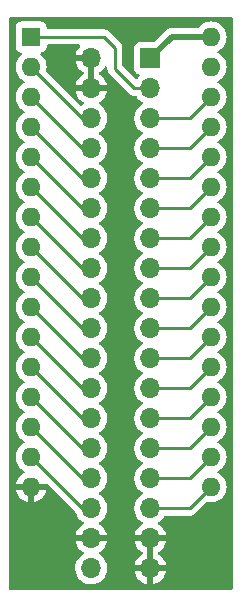
<source format=gbr>
%TF.GenerationSoftware,KiCad,Pcbnew,(6.0.7-1)-1*%
%TF.CreationDate,2023-01-25T15:48:03-08:00*%
%TF.ProjectId,QCard,51436172-642e-46b6-9963-61645f706362,rev?*%
%TF.SameCoordinates,Original*%
%TF.FileFunction,Copper,L1,Top*%
%TF.FilePolarity,Positive*%
%FSLAX46Y46*%
G04 Gerber Fmt 4.6, Leading zero omitted, Abs format (unit mm)*
G04 Created by KiCad (PCBNEW (6.0.7-1)-1) date 2023-01-25 15:48:03*
%MOMM*%
%LPD*%
G01*
G04 APERTURE LIST*
%TA.AperFunction,ComponentPad*%
%ADD10R,1.700000X1.700000*%
%TD*%
%TA.AperFunction,ComponentPad*%
%ADD11O,1.700000X1.700000*%
%TD*%
%TA.AperFunction,ComponentPad*%
%ADD12R,1.600000X1.600000*%
%TD*%
%TA.AperFunction,ComponentPad*%
%ADD13O,1.600000X1.600000*%
%TD*%
%TA.AperFunction,ViaPad*%
%ADD14C,0.800000*%
%TD*%
%TA.AperFunction,Conductor*%
%ADD15C,0.250000*%
%TD*%
%TA.AperFunction,Conductor*%
%ADD16C,0.500000*%
%TD*%
G04 APERTURE END LIST*
D10*
%TO.P,J1,1,Pin_1*%
%TO.N,/VCC*%
X96500000Y-54000000D03*
D11*
%TO.P,J1,2,Pin_2*%
%TO.N,/GND*%
X91500000Y-54000000D03*
%TO.P,J1,3,Pin_3*%
%TO.N,/A18*%
X96500000Y-56540000D03*
%TO.P,J1,4,Pin_4*%
%TO.N,/GND*%
X91500000Y-56540000D03*
%TO.P,J1,5,Pin_5*%
%TO.N,/A17*%
X96500000Y-59080000D03*
%TO.P,J1,6,Pin_6*%
%TO.N,/A16*%
X91500000Y-59080000D03*
%TO.P,J1,7,Pin_7*%
%TO.N,/A14*%
X96500000Y-61620000D03*
%TO.P,J1,8,Pin_8*%
%TO.N,/A15*%
X91500000Y-61620000D03*
%TO.P,J1,9,Pin_9*%
%TO.N,/A13*%
X96500000Y-64160000D03*
%TO.P,J1,10,Pin_10*%
%TO.N,/A12*%
X91500000Y-64160000D03*
%TO.P,J1,11,Pin_11*%
%TO.N,/A8*%
X96500000Y-66700000D03*
%TO.P,J1,12,Pin_12*%
%TO.N,/A7*%
X91500000Y-66700000D03*
%TO.P,J1,13,Pin_13*%
%TO.N,/A9*%
X96500000Y-69240000D03*
%TO.P,J1,14,Pin_14*%
%TO.N,/A6*%
X91500000Y-69240000D03*
%TO.P,J1,15,Pin_15*%
%TO.N,/A11*%
X96500000Y-71780000D03*
%TO.P,J1,16,Pin_16*%
%TO.N,/A5*%
X91500000Y-71780000D03*
%TO.P,J1,17,Pin_17*%
%TO.N,/OE*%
X96500000Y-74320000D03*
%TO.P,J1,18,Pin_18*%
%TO.N,/A4*%
X91500000Y-74320000D03*
%TO.P,J1,19,Pin_19*%
%TO.N,/A10*%
X96500000Y-76860000D03*
%TO.P,J1,20,Pin_20*%
%TO.N,/A3*%
X91500000Y-76860000D03*
%TO.P,J1,21,Pin_21*%
%TO.N,/CE*%
X96500000Y-79400000D03*
%TO.P,J1,22,Pin_22*%
%TO.N,/A2*%
X91500000Y-79400000D03*
%TO.P,J1,23,Pin_23*%
%TO.N,/D7*%
X96500000Y-81940000D03*
%TO.P,J1,24,Pin_24*%
%TO.N,/A1*%
X91500000Y-81940000D03*
%TO.P,J1,25,Pin_25*%
%TO.N,/D6*%
X96500000Y-84480000D03*
%TO.P,J1,26,Pin_26*%
%TO.N,/A0*%
X91500000Y-84480000D03*
%TO.P,J1,27,Pin_27*%
%TO.N,/D5*%
X96500000Y-87020000D03*
%TO.P,J1,28,Pin_28*%
%TO.N,/D0*%
X91500000Y-87020000D03*
%TO.P,J1,29,Pin_29*%
%TO.N,/D4*%
X96500000Y-89560000D03*
%TO.P,J1,30,Pin_30*%
%TO.N,/D1*%
X91500000Y-89560000D03*
%TO.P,J1,31,Pin_31*%
%TO.N,/D3*%
X96500000Y-92100000D03*
%TO.P,J1,32,Pin_32*%
%TO.N,/D2*%
X91500000Y-92100000D03*
%TO.P,J1,33,Pin_33*%
%TO.N,/GND*%
X96500000Y-94640000D03*
%TO.P,J1,34,Pin_34*%
X91500000Y-94640000D03*
%TO.P,J1,35,Pin_35*%
X96500000Y-97180000D03*
%TO.P,J1,36,Pin_36*%
%TO.N,/WE*%
X91500000Y-97180000D03*
%TD*%
D12*
%TO.P,J2,1,Pin_1*%
%TO.N,/A18*%
X86400000Y-52200000D03*
D13*
%TO.P,J2,2,Pin_2*%
%TO.N,/A16*%
X86400000Y-54740000D03*
%TO.P,J2,3,Pin_3*%
%TO.N,/A15*%
X86400000Y-57280000D03*
%TO.P,J2,4,Pin_4*%
%TO.N,/A12*%
X86400000Y-59820000D03*
%TO.P,J2,5,Pin_5*%
%TO.N,/A7*%
X86400000Y-62360000D03*
%TO.P,J2,6,Pin_6*%
%TO.N,/A6*%
X86400000Y-64900000D03*
%TO.P,J2,7,Pin_7*%
%TO.N,/A5*%
X86400000Y-67440000D03*
%TO.P,J2,8,Pin_8*%
%TO.N,/A4*%
X86400000Y-69980000D03*
%TO.P,J2,9,Pin_9*%
%TO.N,/A3*%
X86400000Y-72520000D03*
%TO.P,J2,10,Pin_10*%
%TO.N,/A2*%
X86400000Y-75060000D03*
%TO.P,J2,11,Pin_11*%
%TO.N,/A1*%
X86400000Y-77600000D03*
%TO.P,J2,12,Pin_12*%
%TO.N,/A0*%
X86400000Y-80140000D03*
%TO.P,J2,13,Pin_13*%
%TO.N,/D0*%
X86400000Y-82680000D03*
%TO.P,J2,14,Pin_14*%
%TO.N,/D1*%
X86400000Y-85220000D03*
%TO.P,J2,15,Pin_15*%
%TO.N,/D2*%
X86400000Y-87760000D03*
%TO.P,J2,16,Pin_16*%
%TO.N,/GND*%
X86400000Y-90300000D03*
%TO.P,J2,17,Pin_17*%
%TO.N,/D3*%
X101640000Y-90300000D03*
%TO.P,J2,18,Pin_18*%
%TO.N,/D4*%
X101640000Y-87760000D03*
%TO.P,J2,19,Pin_19*%
%TO.N,/D5*%
X101640000Y-85220000D03*
%TO.P,J2,20,Pin_20*%
%TO.N,/D6*%
X101640000Y-82680000D03*
%TO.P,J2,21,Pin_21*%
%TO.N,/D7*%
X101640000Y-80140000D03*
%TO.P,J2,22,Pin_22*%
%TO.N,/CE*%
X101640000Y-77600000D03*
%TO.P,J2,23,Pin_23*%
%TO.N,/A10*%
X101640000Y-75060000D03*
%TO.P,J2,24,Pin_24*%
%TO.N,/OE*%
X101640000Y-72520000D03*
%TO.P,J2,25,Pin_25*%
%TO.N,/A11*%
X101640000Y-69980000D03*
%TO.P,J2,26,Pin_26*%
%TO.N,/A9*%
X101640000Y-67440000D03*
%TO.P,J2,27,Pin_27*%
%TO.N,/A8*%
X101640000Y-64900000D03*
%TO.P,J2,28,Pin_28*%
%TO.N,/A13*%
X101640000Y-62360000D03*
%TO.P,J2,29,Pin_29*%
%TO.N,/A14*%
X101640000Y-59820000D03*
%TO.P,J2,30,Pin_30*%
%TO.N,/A17*%
X101640000Y-57280000D03*
%TO.P,J2,31,Pin_31*%
%TO.N,/WE*%
X101640000Y-54740000D03*
%TO.P,J2,32,Pin_32*%
%TO.N,/VCC*%
X101640000Y-52200000D03*
%TD*%
D14*
%TO.N,/GND*%
X89000000Y-54400000D03*
%TD*%
D15*
%TO.N,/A18*%
X86400000Y-52200000D02*
X92600000Y-52200000D01*
X92600000Y-52200000D02*
X93500000Y-53100000D01*
X93500000Y-53100000D02*
X93500000Y-54900000D01*
X93500000Y-54900000D02*
X95140000Y-56540000D01*
X95140000Y-56540000D02*
X96500000Y-56540000D01*
%TO.N,/A16*%
X90740000Y-59080000D02*
X91500000Y-59080000D01*
X86400000Y-54740000D02*
X90740000Y-59080000D01*
%TO.N,/A15*%
X86400000Y-57280000D02*
X90740000Y-61620000D01*
X90740000Y-61620000D02*
X91500000Y-61620000D01*
%TO.N,/A12*%
X90740000Y-64160000D02*
X91500000Y-64160000D01*
X86400000Y-59820000D02*
X90740000Y-64160000D01*
%TO.N,/A7*%
X86400000Y-62360000D02*
X90740000Y-66700000D01*
X90740000Y-66700000D02*
X91500000Y-66700000D01*
%TO.N,/A6*%
X90740000Y-69240000D02*
X91500000Y-69240000D01*
X86400000Y-64900000D02*
X90740000Y-69240000D01*
%TO.N,/A5*%
X86400000Y-67440000D02*
X90740000Y-71780000D01*
X90740000Y-71780000D02*
X91500000Y-71780000D01*
%TO.N,/A4*%
X86400000Y-69980000D02*
X90740000Y-74320000D01*
X90740000Y-74320000D02*
X91500000Y-74320000D01*
%TO.N,/A3*%
X90740000Y-76860000D02*
X91500000Y-76860000D01*
X86400000Y-72520000D02*
X90740000Y-76860000D01*
%TO.N,/A2*%
X90740000Y-79400000D02*
X91500000Y-79400000D01*
X86400000Y-75060000D02*
X90740000Y-79400000D01*
%TO.N,/A1*%
X86400000Y-77600000D02*
X90740000Y-81940000D01*
X90740000Y-81940000D02*
X91500000Y-81940000D01*
%TO.N,/A0*%
X90740000Y-84480000D02*
X91500000Y-84480000D01*
X86400000Y-80140000D02*
X90740000Y-84480000D01*
%TO.N,/D0*%
X90740000Y-87020000D02*
X91500000Y-87020000D01*
X86400000Y-82680000D02*
X90740000Y-87020000D01*
%TO.N,/D1*%
X86400000Y-85220000D02*
X90740000Y-89560000D01*
X90740000Y-89560000D02*
X91500000Y-89560000D01*
%TO.N,/D2*%
X90740000Y-92100000D02*
X91500000Y-92100000D01*
X86400000Y-87760000D02*
X90740000Y-92100000D01*
%TO.N,/D3*%
X96500000Y-92100000D02*
X99840000Y-92100000D01*
X99840000Y-92100000D02*
X101640000Y-90300000D01*
%TO.N,/D4*%
X96500000Y-89560000D02*
X99840000Y-89560000D01*
X99840000Y-89560000D02*
X101640000Y-87760000D01*
%TO.N,/D5*%
X96500000Y-87020000D02*
X99840000Y-87020000D01*
X99840000Y-87020000D02*
X101640000Y-85220000D01*
%TO.N,/D6*%
X99840000Y-84480000D02*
X101640000Y-82680000D01*
X96500000Y-84480000D02*
X99840000Y-84480000D01*
%TO.N,/D7*%
X99840000Y-81940000D02*
X101640000Y-80140000D01*
X96500000Y-81940000D02*
X99840000Y-81940000D01*
%TO.N,/CE*%
X99840000Y-79400000D02*
X101640000Y-77600000D01*
X96500000Y-79400000D02*
X99840000Y-79400000D01*
%TO.N,/A10*%
X99840000Y-76860000D02*
X101640000Y-75060000D01*
X96500000Y-76860000D02*
X99840000Y-76860000D01*
%TO.N,/OE*%
X99840000Y-74320000D02*
X101640000Y-72520000D01*
X96500000Y-74320000D02*
X99840000Y-74320000D01*
%TO.N,/A11*%
X99840000Y-71780000D02*
X101640000Y-69980000D01*
X96500000Y-71780000D02*
X99840000Y-71780000D01*
%TO.N,/A9*%
X96500000Y-69240000D02*
X99840000Y-69240000D01*
X99840000Y-69240000D02*
X101640000Y-67440000D01*
%TO.N,/A8*%
X96500000Y-66700000D02*
X99840000Y-66700000D01*
X99840000Y-66700000D02*
X101640000Y-64900000D01*
%TO.N,/A13*%
X96500000Y-64160000D02*
X99840000Y-64160000D01*
X99840000Y-64160000D02*
X101640000Y-62360000D01*
%TO.N,/A14*%
X96500000Y-61620000D02*
X99840000Y-61620000D01*
X99840000Y-61620000D02*
X101640000Y-59820000D01*
%TO.N,/A17*%
X96500000Y-59080000D02*
X99840000Y-59080000D01*
X99840000Y-59080000D02*
X101640000Y-57280000D01*
D16*
%TO.N,/VCC*%
X101640000Y-52200000D02*
X98300000Y-52200000D01*
X98300000Y-52200000D02*
X96500000Y-54000000D01*
%TD*%
%TA.AperFunction,Conductor*%
%TO.N,/GND*%
G36*
X103433621Y-50528502D02*
G01*
X103480114Y-50582158D01*
X103491500Y-50634500D01*
X103491500Y-98865500D01*
X103471498Y-98933621D01*
X103417842Y-98980114D01*
X103365500Y-98991500D01*
X84634500Y-98991500D01*
X84566379Y-98971498D01*
X84519886Y-98917842D01*
X84508500Y-98865500D01*
X84508500Y-97146695D01*
X90137251Y-97146695D01*
X90137548Y-97151848D01*
X90137548Y-97151851D01*
X90143011Y-97246590D01*
X90150110Y-97369715D01*
X90151247Y-97374761D01*
X90151248Y-97374767D01*
X90165449Y-97437778D01*
X90199222Y-97587639D01*
X90283266Y-97794616D01*
X90399987Y-97985088D01*
X90546250Y-98153938D01*
X90718126Y-98296632D01*
X90911000Y-98409338D01*
X91119692Y-98489030D01*
X91124760Y-98490061D01*
X91124763Y-98490062D01*
X91219862Y-98509410D01*
X91338597Y-98533567D01*
X91343772Y-98533757D01*
X91343774Y-98533757D01*
X91556673Y-98541564D01*
X91556677Y-98541564D01*
X91561837Y-98541753D01*
X91566957Y-98541097D01*
X91566959Y-98541097D01*
X91778288Y-98514025D01*
X91778289Y-98514025D01*
X91783416Y-98513368D01*
X91788366Y-98511883D01*
X91992429Y-98450661D01*
X91992434Y-98450659D01*
X91997384Y-98449174D01*
X92197994Y-98350896D01*
X92379860Y-98221173D01*
X92538096Y-98063489D01*
X92597594Y-97980689D01*
X92665435Y-97886277D01*
X92668453Y-97882077D01*
X92767430Y-97681811D01*
X92832370Y-97468069D01*
X92835017Y-97447966D01*
X95168257Y-97447966D01*
X95198565Y-97582446D01*
X95201645Y-97592275D01*
X95281770Y-97789603D01*
X95286413Y-97798794D01*
X95397694Y-97980388D01*
X95403777Y-97988699D01*
X95543213Y-98149667D01*
X95550580Y-98156883D01*
X95714434Y-98292916D01*
X95722881Y-98298831D01*
X95906756Y-98406279D01*
X95916042Y-98410729D01*
X96115001Y-98486703D01*
X96124899Y-98489579D01*
X96228250Y-98510606D01*
X96242299Y-98509410D01*
X96246000Y-98499065D01*
X96246000Y-98498517D01*
X96754000Y-98498517D01*
X96758064Y-98512359D01*
X96771478Y-98514393D01*
X96778184Y-98513534D01*
X96788262Y-98511392D01*
X96992255Y-98450191D01*
X97001842Y-98446433D01*
X97193095Y-98352739D01*
X97201945Y-98347464D01*
X97375328Y-98223792D01*
X97383200Y-98217139D01*
X97534052Y-98066812D01*
X97540730Y-98058965D01*
X97665003Y-97886020D01*
X97670313Y-97877183D01*
X97764670Y-97686267D01*
X97768469Y-97676672D01*
X97830377Y-97472910D01*
X97832555Y-97462837D01*
X97833986Y-97451962D01*
X97831775Y-97437778D01*
X97818617Y-97434000D01*
X96772115Y-97434000D01*
X96756876Y-97438475D01*
X96755671Y-97439865D01*
X96754000Y-97447548D01*
X96754000Y-98498517D01*
X96246000Y-98498517D01*
X96246000Y-97452115D01*
X96241525Y-97436876D01*
X96240135Y-97435671D01*
X96232452Y-97434000D01*
X95183225Y-97434000D01*
X95169694Y-97437973D01*
X95168257Y-97447966D01*
X92835017Y-97447966D01*
X92861529Y-97246590D01*
X92863156Y-97180000D01*
X92844852Y-96957361D01*
X92834006Y-96914183D01*
X95164389Y-96914183D01*
X95165912Y-96922607D01*
X95178292Y-96926000D01*
X96227885Y-96926000D01*
X96243124Y-96921525D01*
X96244329Y-96920135D01*
X96246000Y-96912452D01*
X96246000Y-96907885D01*
X96754000Y-96907885D01*
X96758475Y-96923124D01*
X96759865Y-96924329D01*
X96767548Y-96926000D01*
X97818344Y-96926000D01*
X97831875Y-96922027D01*
X97833180Y-96912947D01*
X97791214Y-96745875D01*
X97787894Y-96736124D01*
X97702972Y-96540814D01*
X97698105Y-96531739D01*
X97582426Y-96352926D01*
X97576136Y-96344757D01*
X97432806Y-96187240D01*
X97425273Y-96180215D01*
X97258139Y-96048222D01*
X97249552Y-96042517D01*
X97212116Y-96021851D01*
X97162146Y-95971419D01*
X97147374Y-95901976D01*
X97172490Y-95835571D01*
X97199842Y-95808964D01*
X97375327Y-95683792D01*
X97383200Y-95677139D01*
X97534052Y-95526812D01*
X97540730Y-95518965D01*
X97665003Y-95346020D01*
X97670313Y-95337183D01*
X97764670Y-95146267D01*
X97768469Y-95136672D01*
X97830377Y-94932910D01*
X97832555Y-94922837D01*
X97833986Y-94911962D01*
X97831775Y-94897778D01*
X97818617Y-94894000D01*
X96772115Y-94894000D01*
X96756876Y-94898475D01*
X96755671Y-94899865D01*
X96754000Y-94907548D01*
X96754000Y-96907885D01*
X96246000Y-96907885D01*
X96246000Y-94912115D01*
X96241525Y-94896876D01*
X96240135Y-94895671D01*
X96232452Y-94894000D01*
X95183225Y-94894000D01*
X95169694Y-94897973D01*
X95168257Y-94907966D01*
X95198565Y-95042446D01*
X95201645Y-95052275D01*
X95281770Y-95249603D01*
X95286413Y-95258794D01*
X95397694Y-95440388D01*
X95403777Y-95448699D01*
X95543213Y-95609667D01*
X95550580Y-95616883D01*
X95714434Y-95752916D01*
X95722881Y-95758831D01*
X95792479Y-95799501D01*
X95841203Y-95851140D01*
X95854274Y-95920923D01*
X95827543Y-95986694D01*
X95787087Y-96020053D01*
X95778462Y-96024542D01*
X95769738Y-96030036D01*
X95599433Y-96157905D01*
X95591726Y-96164748D01*
X95444590Y-96318717D01*
X95438104Y-96326727D01*
X95318098Y-96502649D01*
X95313000Y-96511623D01*
X95223338Y-96704783D01*
X95219775Y-96714470D01*
X95164389Y-96914183D01*
X92834006Y-96914183D01*
X92790431Y-96740702D01*
X92701354Y-96535840D01*
X92580014Y-96348277D01*
X92429670Y-96183051D01*
X92425619Y-96179852D01*
X92425615Y-96179848D01*
X92258414Y-96047800D01*
X92258410Y-96047798D01*
X92254359Y-96044598D01*
X92212569Y-96021529D01*
X92162598Y-95971097D01*
X92147826Y-95901654D01*
X92172942Y-95835248D01*
X92200294Y-95808641D01*
X92375328Y-95683792D01*
X92383200Y-95677139D01*
X92534052Y-95526812D01*
X92540730Y-95518965D01*
X92665003Y-95346020D01*
X92670313Y-95337183D01*
X92764670Y-95146267D01*
X92768469Y-95136672D01*
X92830377Y-94932910D01*
X92832555Y-94922837D01*
X92833986Y-94911962D01*
X92831775Y-94897778D01*
X92818617Y-94894000D01*
X90183225Y-94894000D01*
X90169694Y-94897973D01*
X90168257Y-94907966D01*
X90198565Y-95042446D01*
X90201645Y-95052275D01*
X90281770Y-95249603D01*
X90286413Y-95258794D01*
X90397694Y-95440388D01*
X90403777Y-95448699D01*
X90543213Y-95609667D01*
X90550580Y-95616883D01*
X90714434Y-95752916D01*
X90722881Y-95758831D01*
X90791969Y-95799203D01*
X90840693Y-95850842D01*
X90853764Y-95920625D01*
X90827033Y-95986396D01*
X90786584Y-96019752D01*
X90773607Y-96026507D01*
X90769474Y-96029610D01*
X90769471Y-96029612D01*
X90745247Y-96047800D01*
X90594965Y-96160635D01*
X90440629Y-96322138D01*
X90437715Y-96326410D01*
X90437714Y-96326411D01*
X90425404Y-96344457D01*
X90314743Y-96506680D01*
X90220688Y-96709305D01*
X90160989Y-96924570D01*
X90137251Y-97146695D01*
X84508500Y-97146695D01*
X84508500Y-90566522D01*
X85117273Y-90566522D01*
X85164764Y-90743761D01*
X85168510Y-90754053D01*
X85260586Y-90951511D01*
X85266069Y-90961007D01*
X85391028Y-91139467D01*
X85398084Y-91147875D01*
X85552125Y-91301916D01*
X85560533Y-91308972D01*
X85738993Y-91433931D01*
X85748489Y-91439414D01*
X85945947Y-91531490D01*
X85956239Y-91535236D01*
X86128503Y-91581394D01*
X86142599Y-91581058D01*
X86146000Y-91573116D01*
X86146000Y-91567967D01*
X86654000Y-91567967D01*
X86657973Y-91581498D01*
X86666522Y-91582727D01*
X86843761Y-91535236D01*
X86854053Y-91531490D01*
X87051511Y-91439414D01*
X87061007Y-91433931D01*
X87239467Y-91308972D01*
X87247875Y-91301916D01*
X87401916Y-91147875D01*
X87408972Y-91139467D01*
X87533931Y-90961007D01*
X87539414Y-90951511D01*
X87631490Y-90754053D01*
X87635236Y-90743761D01*
X87681394Y-90571497D01*
X87681058Y-90557401D01*
X87673116Y-90554000D01*
X86672115Y-90554000D01*
X86656876Y-90558475D01*
X86655671Y-90559865D01*
X86654000Y-90567548D01*
X86654000Y-91567967D01*
X86146000Y-91567967D01*
X86146000Y-90572115D01*
X86141525Y-90556876D01*
X86140135Y-90555671D01*
X86132452Y-90554000D01*
X85132033Y-90554000D01*
X85118502Y-90557973D01*
X85117273Y-90566522D01*
X84508500Y-90566522D01*
X84508500Y-87760000D01*
X85086502Y-87760000D01*
X85106457Y-87988087D01*
X85107880Y-87993398D01*
X85107881Y-87993402D01*
X85139375Y-88110936D01*
X85165716Y-88209243D01*
X85168039Y-88214224D01*
X85168039Y-88214225D01*
X85260151Y-88411762D01*
X85260154Y-88411767D01*
X85262477Y-88416749D01*
X85265634Y-88421257D01*
X85351841Y-88544373D01*
X85393802Y-88604300D01*
X85555700Y-88766198D01*
X85560208Y-88769355D01*
X85560211Y-88769357D01*
X85638389Y-88824098D01*
X85743251Y-88897523D01*
X85748233Y-88899846D01*
X85748238Y-88899849D01*
X85783049Y-88916081D01*
X85836334Y-88962998D01*
X85855795Y-89031275D01*
X85835253Y-89099235D01*
X85783049Y-89144471D01*
X85748489Y-89160586D01*
X85738993Y-89166069D01*
X85560533Y-89291028D01*
X85552125Y-89298084D01*
X85398084Y-89452125D01*
X85391028Y-89460533D01*
X85266069Y-89638993D01*
X85260586Y-89648489D01*
X85168510Y-89845947D01*
X85164764Y-89856239D01*
X85118606Y-90028503D01*
X85118942Y-90042599D01*
X85126884Y-90046000D01*
X87667965Y-90046000D01*
X87690643Y-90039341D01*
X87761639Y-90039341D01*
X87815237Y-90071142D01*
X90158144Y-92414049D01*
X90191966Y-92475442D01*
X90198086Y-92502596D01*
X90199222Y-92507639D01*
X90259014Y-92654890D01*
X90276662Y-92698351D01*
X90283266Y-92714616D01*
X90399987Y-92905088D01*
X90546250Y-93073938D01*
X90718126Y-93216632D01*
X90791955Y-93259774D01*
X90840679Y-93311412D01*
X90853750Y-93381195D01*
X90827019Y-93446967D01*
X90786562Y-93480327D01*
X90778457Y-93484546D01*
X90769738Y-93490036D01*
X90599433Y-93617905D01*
X90591726Y-93624748D01*
X90444590Y-93778717D01*
X90438104Y-93786727D01*
X90318098Y-93962649D01*
X90313000Y-93971623D01*
X90223338Y-94164783D01*
X90219775Y-94174470D01*
X90164389Y-94374183D01*
X90165912Y-94382607D01*
X90178292Y-94386000D01*
X92818344Y-94386000D01*
X92831875Y-94382027D01*
X92833180Y-94372947D01*
X92791214Y-94205875D01*
X92787894Y-94196124D01*
X92702972Y-94000814D01*
X92698105Y-93991739D01*
X92582426Y-93812926D01*
X92576136Y-93804757D01*
X92432806Y-93647240D01*
X92425273Y-93640215D01*
X92258139Y-93508222D01*
X92249556Y-93502520D01*
X92212602Y-93482120D01*
X92162631Y-93431687D01*
X92147859Y-93362245D01*
X92172975Y-93295839D01*
X92200327Y-93269232D01*
X92223797Y-93252491D01*
X92379860Y-93141173D01*
X92538096Y-92983489D01*
X92597594Y-92900689D01*
X92665435Y-92806277D01*
X92668453Y-92802077D01*
X92672145Y-92794608D01*
X92765136Y-92606453D01*
X92765137Y-92606451D01*
X92767430Y-92601811D01*
X92832370Y-92388069D01*
X92861529Y-92166590D01*
X92863156Y-92100000D01*
X92844852Y-91877361D01*
X92790431Y-91660702D01*
X92701354Y-91455840D01*
X92580014Y-91268277D01*
X92429670Y-91103051D01*
X92425619Y-91099852D01*
X92425615Y-91099848D01*
X92258414Y-90967800D01*
X92258410Y-90967798D01*
X92254359Y-90964598D01*
X92213053Y-90941796D01*
X92163084Y-90891364D01*
X92148312Y-90821921D01*
X92173428Y-90755516D01*
X92200780Y-90728909D01*
X92244603Y-90697650D01*
X92379860Y-90601173D01*
X92422708Y-90558475D01*
X92534435Y-90447137D01*
X92538096Y-90443489D01*
X92597594Y-90360689D01*
X92665435Y-90266277D01*
X92668453Y-90262077D01*
X92672145Y-90254608D01*
X92765136Y-90066453D01*
X92765137Y-90066451D01*
X92767430Y-90061811D01*
X92832370Y-89848069D01*
X92861529Y-89626590D01*
X92863156Y-89560000D01*
X92844852Y-89337361D01*
X92790431Y-89120702D01*
X92701354Y-88915840D01*
X92580014Y-88728277D01*
X92429670Y-88563051D01*
X92425619Y-88559852D01*
X92425615Y-88559848D01*
X92258414Y-88427800D01*
X92258410Y-88427798D01*
X92254359Y-88424598D01*
X92213053Y-88401796D01*
X92163084Y-88351364D01*
X92148312Y-88281921D01*
X92173428Y-88215516D01*
X92200780Y-88188909D01*
X92244603Y-88157650D01*
X92379860Y-88061173D01*
X92538096Y-87903489D01*
X92597594Y-87820689D01*
X92665435Y-87726277D01*
X92668453Y-87722077D01*
X92672145Y-87714608D01*
X92765136Y-87526453D01*
X92765137Y-87526451D01*
X92767430Y-87521811D01*
X92832370Y-87308069D01*
X92861529Y-87086590D01*
X92863156Y-87020000D01*
X92844852Y-86797361D01*
X92790431Y-86580702D01*
X92701354Y-86375840D01*
X92580014Y-86188277D01*
X92429670Y-86023051D01*
X92425619Y-86019852D01*
X92425615Y-86019848D01*
X92258414Y-85887800D01*
X92258410Y-85887798D01*
X92254359Y-85884598D01*
X92213053Y-85861796D01*
X92163084Y-85811364D01*
X92148312Y-85741921D01*
X92173428Y-85675516D01*
X92200780Y-85648909D01*
X92244603Y-85617650D01*
X92379860Y-85521173D01*
X92538096Y-85363489D01*
X92597594Y-85280689D01*
X92665435Y-85186277D01*
X92668453Y-85182077D01*
X92672145Y-85174608D01*
X92765136Y-84986453D01*
X92765137Y-84986451D01*
X92767430Y-84981811D01*
X92832370Y-84768069D01*
X92861529Y-84546590D01*
X92863156Y-84480000D01*
X92844852Y-84257361D01*
X92790431Y-84040702D01*
X92701354Y-83835840D01*
X92580014Y-83648277D01*
X92429670Y-83483051D01*
X92425619Y-83479852D01*
X92425615Y-83479848D01*
X92258414Y-83347800D01*
X92258410Y-83347798D01*
X92254359Y-83344598D01*
X92213053Y-83321796D01*
X92163084Y-83271364D01*
X92148312Y-83201921D01*
X92173428Y-83135516D01*
X92200780Y-83108909D01*
X92244603Y-83077650D01*
X92379860Y-82981173D01*
X92538096Y-82823489D01*
X92597594Y-82740689D01*
X92665435Y-82646277D01*
X92668453Y-82642077D01*
X92672145Y-82634608D01*
X92765136Y-82446453D01*
X92765137Y-82446451D01*
X92767430Y-82441811D01*
X92832370Y-82228069D01*
X92861529Y-82006590D01*
X92863156Y-81940000D01*
X92844852Y-81717361D01*
X92790431Y-81500702D01*
X92701354Y-81295840D01*
X92580014Y-81108277D01*
X92429670Y-80943051D01*
X92425619Y-80939852D01*
X92425615Y-80939848D01*
X92258414Y-80807800D01*
X92258410Y-80807798D01*
X92254359Y-80804598D01*
X92213053Y-80781796D01*
X92163084Y-80731364D01*
X92148312Y-80661921D01*
X92173428Y-80595516D01*
X92200780Y-80568909D01*
X92244603Y-80537650D01*
X92379860Y-80441173D01*
X92538096Y-80283489D01*
X92597594Y-80200689D01*
X92665435Y-80106277D01*
X92668453Y-80102077D01*
X92672145Y-80094608D01*
X92765136Y-79906453D01*
X92765137Y-79906451D01*
X92767430Y-79901811D01*
X92832370Y-79688069D01*
X92861529Y-79466590D01*
X92863156Y-79400000D01*
X92844852Y-79177361D01*
X92790431Y-78960702D01*
X92701354Y-78755840D01*
X92580014Y-78568277D01*
X92429670Y-78403051D01*
X92425619Y-78399852D01*
X92425615Y-78399848D01*
X92258414Y-78267800D01*
X92258410Y-78267798D01*
X92254359Y-78264598D01*
X92213053Y-78241796D01*
X92163084Y-78191364D01*
X92148312Y-78121921D01*
X92173428Y-78055516D01*
X92200780Y-78028909D01*
X92244603Y-77997650D01*
X92379860Y-77901173D01*
X92538096Y-77743489D01*
X92597594Y-77660689D01*
X92665435Y-77566277D01*
X92668453Y-77562077D01*
X92672145Y-77554608D01*
X92765136Y-77366453D01*
X92765137Y-77366451D01*
X92767430Y-77361811D01*
X92832370Y-77148069D01*
X92861529Y-76926590D01*
X92863156Y-76860000D01*
X92844852Y-76637361D01*
X92790431Y-76420702D01*
X92701354Y-76215840D01*
X92580014Y-76028277D01*
X92429670Y-75863051D01*
X92425619Y-75859852D01*
X92425615Y-75859848D01*
X92258414Y-75727800D01*
X92258410Y-75727798D01*
X92254359Y-75724598D01*
X92213053Y-75701796D01*
X92163084Y-75651364D01*
X92148312Y-75581921D01*
X92173428Y-75515516D01*
X92200780Y-75488909D01*
X92244603Y-75457650D01*
X92379860Y-75361173D01*
X92538096Y-75203489D01*
X92597594Y-75120689D01*
X92665435Y-75026277D01*
X92668453Y-75022077D01*
X92672145Y-75014608D01*
X92765136Y-74826453D01*
X92765137Y-74826451D01*
X92767430Y-74821811D01*
X92832370Y-74608069D01*
X92861529Y-74386590D01*
X92863156Y-74320000D01*
X92844852Y-74097361D01*
X92790431Y-73880702D01*
X92701354Y-73675840D01*
X92580014Y-73488277D01*
X92429670Y-73323051D01*
X92425619Y-73319852D01*
X92425615Y-73319848D01*
X92258414Y-73187800D01*
X92258410Y-73187798D01*
X92254359Y-73184598D01*
X92213053Y-73161796D01*
X92163084Y-73111364D01*
X92148312Y-73041921D01*
X92173428Y-72975516D01*
X92200780Y-72948909D01*
X92244603Y-72917650D01*
X92379860Y-72821173D01*
X92538096Y-72663489D01*
X92597594Y-72580689D01*
X92665435Y-72486277D01*
X92668453Y-72482077D01*
X92672145Y-72474608D01*
X92765136Y-72286453D01*
X92765137Y-72286451D01*
X92767430Y-72281811D01*
X92832370Y-72068069D01*
X92861529Y-71846590D01*
X92863156Y-71780000D01*
X92844852Y-71557361D01*
X92790431Y-71340702D01*
X92701354Y-71135840D01*
X92580014Y-70948277D01*
X92429670Y-70783051D01*
X92425619Y-70779852D01*
X92425615Y-70779848D01*
X92258414Y-70647800D01*
X92258410Y-70647798D01*
X92254359Y-70644598D01*
X92213053Y-70621796D01*
X92163084Y-70571364D01*
X92148312Y-70501921D01*
X92173428Y-70435516D01*
X92200780Y-70408909D01*
X92244603Y-70377650D01*
X92379860Y-70281173D01*
X92538096Y-70123489D01*
X92597594Y-70040689D01*
X92665435Y-69946277D01*
X92668453Y-69942077D01*
X92672145Y-69934608D01*
X92765136Y-69746453D01*
X92765137Y-69746451D01*
X92767430Y-69741811D01*
X92832370Y-69528069D01*
X92861529Y-69306590D01*
X92863156Y-69240000D01*
X92844852Y-69017361D01*
X92790431Y-68800702D01*
X92701354Y-68595840D01*
X92580014Y-68408277D01*
X92429670Y-68243051D01*
X92425619Y-68239852D01*
X92425615Y-68239848D01*
X92258414Y-68107800D01*
X92258410Y-68107798D01*
X92254359Y-68104598D01*
X92213053Y-68081796D01*
X92163084Y-68031364D01*
X92148312Y-67961921D01*
X92173428Y-67895516D01*
X92200780Y-67868909D01*
X92244603Y-67837650D01*
X92379860Y-67741173D01*
X92538096Y-67583489D01*
X92597594Y-67500689D01*
X92665435Y-67406277D01*
X92668453Y-67402077D01*
X92672145Y-67394608D01*
X92765136Y-67206453D01*
X92765137Y-67206451D01*
X92767430Y-67201811D01*
X92832370Y-66988069D01*
X92861529Y-66766590D01*
X92863156Y-66700000D01*
X92844852Y-66477361D01*
X92790431Y-66260702D01*
X92701354Y-66055840D01*
X92580014Y-65868277D01*
X92429670Y-65703051D01*
X92425619Y-65699852D01*
X92425615Y-65699848D01*
X92258414Y-65567800D01*
X92258410Y-65567798D01*
X92254359Y-65564598D01*
X92213053Y-65541796D01*
X92163084Y-65491364D01*
X92148312Y-65421921D01*
X92173428Y-65355516D01*
X92200780Y-65328909D01*
X92244603Y-65297650D01*
X92379860Y-65201173D01*
X92538096Y-65043489D01*
X92597594Y-64960689D01*
X92665435Y-64866277D01*
X92668453Y-64862077D01*
X92672145Y-64854608D01*
X92765136Y-64666453D01*
X92765137Y-64666451D01*
X92767430Y-64661811D01*
X92832370Y-64448069D01*
X92861529Y-64226590D01*
X92863156Y-64160000D01*
X92844852Y-63937361D01*
X92790431Y-63720702D01*
X92701354Y-63515840D01*
X92580014Y-63328277D01*
X92429670Y-63163051D01*
X92425619Y-63159852D01*
X92425615Y-63159848D01*
X92258414Y-63027800D01*
X92258410Y-63027798D01*
X92254359Y-63024598D01*
X92213053Y-63001796D01*
X92163084Y-62951364D01*
X92148312Y-62881921D01*
X92173428Y-62815516D01*
X92200780Y-62788909D01*
X92244603Y-62757650D01*
X92379860Y-62661173D01*
X92538096Y-62503489D01*
X92597594Y-62420689D01*
X92665435Y-62326277D01*
X92668453Y-62322077D01*
X92672145Y-62314608D01*
X92765136Y-62126453D01*
X92765137Y-62126451D01*
X92767430Y-62121811D01*
X92832370Y-61908069D01*
X92861529Y-61686590D01*
X92863156Y-61620000D01*
X92844852Y-61397361D01*
X92790431Y-61180702D01*
X92701354Y-60975840D01*
X92580014Y-60788277D01*
X92429670Y-60623051D01*
X92425619Y-60619852D01*
X92425615Y-60619848D01*
X92258414Y-60487800D01*
X92258410Y-60487798D01*
X92254359Y-60484598D01*
X92213053Y-60461796D01*
X92163084Y-60411364D01*
X92148312Y-60341921D01*
X92173428Y-60275516D01*
X92200780Y-60248909D01*
X92244603Y-60217650D01*
X92379860Y-60121173D01*
X92538096Y-59963489D01*
X92597594Y-59880689D01*
X92665435Y-59786277D01*
X92668453Y-59782077D01*
X92672145Y-59774608D01*
X92765136Y-59586453D01*
X92765137Y-59586451D01*
X92767430Y-59581811D01*
X92832370Y-59368069D01*
X92861529Y-59146590D01*
X92863156Y-59080000D01*
X92844852Y-58857361D01*
X92790431Y-58640702D01*
X92701354Y-58435840D01*
X92580014Y-58248277D01*
X92429670Y-58083051D01*
X92425619Y-58079852D01*
X92425615Y-58079848D01*
X92258414Y-57947800D01*
X92258410Y-57947798D01*
X92254359Y-57944598D01*
X92212569Y-57921529D01*
X92162598Y-57871097D01*
X92147826Y-57801654D01*
X92172942Y-57735248D01*
X92200294Y-57708641D01*
X92375328Y-57583792D01*
X92383200Y-57577139D01*
X92534052Y-57426812D01*
X92540730Y-57418965D01*
X92665003Y-57246020D01*
X92670313Y-57237183D01*
X92764670Y-57046267D01*
X92768469Y-57036672D01*
X92830377Y-56832910D01*
X92832555Y-56822837D01*
X92833986Y-56811962D01*
X92831775Y-56797778D01*
X92818617Y-56794000D01*
X90183225Y-56794000D01*
X90169694Y-56797973D01*
X90168257Y-56807966D01*
X90198565Y-56942446D01*
X90201645Y-56952275D01*
X90281770Y-57149603D01*
X90286413Y-57158794D01*
X90397694Y-57340388D01*
X90403777Y-57348699D01*
X90543213Y-57509667D01*
X90550580Y-57516883D01*
X90714434Y-57652916D01*
X90722881Y-57658831D01*
X90791969Y-57699203D01*
X90840693Y-57750842D01*
X90853764Y-57820625D01*
X90827033Y-57886396D01*
X90786584Y-57919752D01*
X90773607Y-57926507D01*
X90694720Y-57985737D01*
X90628237Y-58010641D01*
X90558841Y-57995648D01*
X90529974Y-57974070D01*
X88830087Y-56274183D01*
X90164389Y-56274183D01*
X90165912Y-56282607D01*
X90178292Y-56286000D01*
X91227885Y-56286000D01*
X91243124Y-56281525D01*
X91244329Y-56280135D01*
X91246000Y-56272452D01*
X91246000Y-54272115D01*
X91241525Y-54256876D01*
X91240135Y-54255671D01*
X91232452Y-54254000D01*
X90183225Y-54254000D01*
X90169694Y-54257973D01*
X90168257Y-54267966D01*
X90198565Y-54402446D01*
X90201645Y-54412275D01*
X90281770Y-54609603D01*
X90286413Y-54618794D01*
X90397694Y-54800388D01*
X90403777Y-54808699D01*
X90543213Y-54969667D01*
X90550580Y-54976883D01*
X90714434Y-55112916D01*
X90722881Y-55118831D01*
X90792479Y-55159501D01*
X90841203Y-55211140D01*
X90854274Y-55280923D01*
X90827543Y-55346694D01*
X90787087Y-55380053D01*
X90778462Y-55384542D01*
X90769738Y-55390036D01*
X90599433Y-55517905D01*
X90591726Y-55524748D01*
X90444590Y-55678717D01*
X90438104Y-55686727D01*
X90318098Y-55862649D01*
X90313000Y-55871623D01*
X90223338Y-56064783D01*
X90219775Y-56074470D01*
X90164389Y-56274183D01*
X88830087Y-56274183D01*
X87709152Y-55153248D01*
X87675126Y-55090936D01*
X87676541Y-55031541D01*
X87692118Y-54973409D01*
X87692120Y-54973398D01*
X87693543Y-54968087D01*
X87713498Y-54740000D01*
X87693543Y-54511913D01*
X87634284Y-54290757D01*
X87625591Y-54272115D01*
X87539849Y-54088238D01*
X87539846Y-54088233D01*
X87537523Y-54083251D01*
X87406198Y-53895700D01*
X87244300Y-53733802D01*
X87239789Y-53730643D01*
X87235576Y-53727108D01*
X87236527Y-53725974D01*
X87196529Y-53675929D01*
X87189224Y-53605310D01*
X87221258Y-53541951D01*
X87282462Y-53505970D01*
X87299517Y-53502918D01*
X87310316Y-53501745D01*
X87446705Y-53450615D01*
X87563261Y-53363261D01*
X87650615Y-53246705D01*
X87701745Y-53110316D01*
X87708500Y-53048134D01*
X87708500Y-52959500D01*
X87728502Y-52891379D01*
X87782158Y-52844886D01*
X87834500Y-52833500D01*
X90441572Y-52833500D01*
X90509693Y-52853502D01*
X90556186Y-52907158D01*
X90566290Y-52977432D01*
X90532666Y-53046551D01*
X90444590Y-53138717D01*
X90438104Y-53146727D01*
X90318098Y-53322649D01*
X90313000Y-53331623D01*
X90223338Y-53524783D01*
X90219775Y-53534470D01*
X90164389Y-53734183D01*
X90165912Y-53742607D01*
X90178292Y-53746000D01*
X91628000Y-53746000D01*
X91696121Y-53766002D01*
X91742614Y-53819658D01*
X91754000Y-53872000D01*
X91754000Y-56267885D01*
X91758475Y-56283124D01*
X91759865Y-56284329D01*
X91767548Y-56286000D01*
X92818344Y-56286000D01*
X92831875Y-56282027D01*
X92833180Y-56272947D01*
X92791214Y-56105875D01*
X92787894Y-56096124D01*
X92702972Y-55900814D01*
X92698105Y-55891739D01*
X92582426Y-55712926D01*
X92576136Y-55704757D01*
X92432806Y-55547240D01*
X92425273Y-55540215D01*
X92258139Y-55408222D01*
X92249552Y-55402517D01*
X92212116Y-55381851D01*
X92162146Y-55331419D01*
X92147374Y-55261976D01*
X92172490Y-55195571D01*
X92199842Y-55168964D01*
X92375327Y-55043792D01*
X92383200Y-55037139D01*
X92534052Y-54886812D01*
X92540723Y-54878972D01*
X92638177Y-54743351D01*
X92694172Y-54699703D01*
X92764875Y-54693257D01*
X92827840Y-54726060D01*
X92863074Y-54787696D01*
X92866500Y-54816877D01*
X92866500Y-54821233D01*
X92865973Y-54832416D01*
X92864298Y-54839909D01*
X92864547Y-54847835D01*
X92864547Y-54847836D01*
X92866438Y-54907986D01*
X92866500Y-54911945D01*
X92866500Y-54939856D01*
X92866997Y-54943790D01*
X92866997Y-54943791D01*
X92867005Y-54943856D01*
X92867938Y-54955693D01*
X92869327Y-54999889D01*
X92874978Y-55019339D01*
X92878987Y-55038700D01*
X92881526Y-55058797D01*
X92884445Y-55066168D01*
X92884445Y-55066170D01*
X92897804Y-55099912D01*
X92901649Y-55111142D01*
X92903883Y-55118831D01*
X92913982Y-55153593D01*
X92918015Y-55160412D01*
X92918017Y-55160417D01*
X92924293Y-55171028D01*
X92932988Y-55188776D01*
X92940448Y-55207617D01*
X92945110Y-55214033D01*
X92945110Y-55214034D01*
X92966436Y-55243387D01*
X92972952Y-55253307D01*
X92995458Y-55291362D01*
X93009779Y-55305683D01*
X93022619Y-55320716D01*
X93034528Y-55337107D01*
X93059028Y-55357375D01*
X93068605Y-55365298D01*
X93077384Y-55373288D01*
X94636343Y-56932247D01*
X94643887Y-56940537D01*
X94648000Y-56947018D01*
X94653777Y-56952443D01*
X94697667Y-56993658D01*
X94700509Y-56996413D01*
X94720230Y-57016134D01*
X94723425Y-57018612D01*
X94732447Y-57026318D01*
X94764679Y-57056586D01*
X94771628Y-57060406D01*
X94782432Y-57066346D01*
X94798956Y-57077199D01*
X94814959Y-57089613D01*
X94855543Y-57107176D01*
X94866173Y-57112383D01*
X94904940Y-57133695D01*
X94912617Y-57135666D01*
X94912622Y-57135668D01*
X94924558Y-57138732D01*
X94943266Y-57145137D01*
X94961855Y-57153181D01*
X94969683Y-57154421D01*
X94969690Y-57154423D01*
X95005524Y-57160099D01*
X95017144Y-57162505D01*
X95052289Y-57171528D01*
X95059970Y-57173500D01*
X95080224Y-57173500D01*
X95099934Y-57175051D01*
X95119943Y-57178220D01*
X95127835Y-57177474D01*
X95163961Y-57174059D01*
X95175819Y-57173500D01*
X95224274Y-57173500D01*
X95292395Y-57193502D01*
X95331707Y-57233665D01*
X95399987Y-57345088D01*
X95546250Y-57513938D01*
X95718126Y-57656632D01*
X95780785Y-57693247D01*
X95791445Y-57699476D01*
X95840169Y-57751114D01*
X95853240Y-57820897D01*
X95826509Y-57886669D01*
X95786055Y-57920027D01*
X95773607Y-57926507D01*
X95769474Y-57929610D01*
X95769471Y-57929612D01*
X95599100Y-58057530D01*
X95594965Y-58060635D01*
X95440629Y-58222138D01*
X95314743Y-58406680D01*
X95299003Y-58440590D01*
X95231638Y-58585716D01*
X95220688Y-58609305D01*
X95160989Y-58824570D01*
X95137251Y-59046695D01*
X95137548Y-59051848D01*
X95137548Y-59051851D01*
X95143971Y-59163251D01*
X95150110Y-59269715D01*
X95151247Y-59274761D01*
X95151248Y-59274767D01*
X95171119Y-59362939D01*
X95199222Y-59487639D01*
X95237461Y-59581811D01*
X95276662Y-59678351D01*
X95283266Y-59694616D01*
X95399987Y-59885088D01*
X95546250Y-60053938D01*
X95718126Y-60196632D01*
X95780785Y-60233247D01*
X95791445Y-60239476D01*
X95840169Y-60291114D01*
X95853240Y-60360897D01*
X95826509Y-60426669D01*
X95786055Y-60460027D01*
X95773607Y-60466507D01*
X95769474Y-60469610D01*
X95769471Y-60469612D01*
X95599100Y-60597530D01*
X95594965Y-60600635D01*
X95440629Y-60762138D01*
X95314743Y-60946680D01*
X95299003Y-60980590D01*
X95231638Y-61125716D01*
X95220688Y-61149305D01*
X95160989Y-61364570D01*
X95137251Y-61586695D01*
X95137548Y-61591848D01*
X95137548Y-61591851D01*
X95143971Y-61703251D01*
X95150110Y-61809715D01*
X95151247Y-61814761D01*
X95151248Y-61814767D01*
X95171119Y-61902939D01*
X95199222Y-62027639D01*
X95237461Y-62121811D01*
X95276662Y-62218351D01*
X95283266Y-62234616D01*
X95399987Y-62425088D01*
X95546250Y-62593938D01*
X95718126Y-62736632D01*
X95780785Y-62773247D01*
X95791445Y-62779476D01*
X95840169Y-62831114D01*
X95853240Y-62900897D01*
X95826509Y-62966669D01*
X95786055Y-63000027D01*
X95773607Y-63006507D01*
X95769474Y-63009610D01*
X95769471Y-63009612D01*
X95599100Y-63137530D01*
X95594965Y-63140635D01*
X95440629Y-63302138D01*
X95314743Y-63486680D01*
X95299003Y-63520590D01*
X95231638Y-63665716D01*
X95220688Y-63689305D01*
X95160989Y-63904570D01*
X95137251Y-64126695D01*
X95137548Y-64131848D01*
X95137548Y-64131851D01*
X95143971Y-64243251D01*
X95150110Y-64349715D01*
X95151247Y-64354761D01*
X95151248Y-64354767D01*
X95171119Y-64442939D01*
X95199222Y-64567639D01*
X95237461Y-64661811D01*
X95276662Y-64758351D01*
X95283266Y-64774616D01*
X95399987Y-64965088D01*
X95546250Y-65133938D01*
X95718126Y-65276632D01*
X95780785Y-65313247D01*
X95791445Y-65319476D01*
X95840169Y-65371114D01*
X95853240Y-65440897D01*
X95826509Y-65506669D01*
X95786055Y-65540027D01*
X95773607Y-65546507D01*
X95769474Y-65549610D01*
X95769471Y-65549612D01*
X95599100Y-65677530D01*
X95594965Y-65680635D01*
X95440629Y-65842138D01*
X95314743Y-66026680D01*
X95299003Y-66060590D01*
X95231638Y-66205716D01*
X95220688Y-66229305D01*
X95160989Y-66444570D01*
X95137251Y-66666695D01*
X95137548Y-66671848D01*
X95137548Y-66671851D01*
X95143971Y-66783251D01*
X95150110Y-66889715D01*
X95151247Y-66894761D01*
X95151248Y-66894767D01*
X95171119Y-66982939D01*
X95199222Y-67107639D01*
X95237461Y-67201811D01*
X95276662Y-67298351D01*
X95283266Y-67314616D01*
X95399987Y-67505088D01*
X95546250Y-67673938D01*
X95718126Y-67816632D01*
X95780785Y-67853247D01*
X95791445Y-67859476D01*
X95840169Y-67911114D01*
X95853240Y-67980897D01*
X95826509Y-68046669D01*
X95786055Y-68080027D01*
X95773607Y-68086507D01*
X95769474Y-68089610D01*
X95769471Y-68089612D01*
X95599100Y-68217530D01*
X95594965Y-68220635D01*
X95440629Y-68382138D01*
X95314743Y-68566680D01*
X95299003Y-68600590D01*
X95231638Y-68745716D01*
X95220688Y-68769305D01*
X95160989Y-68984570D01*
X95137251Y-69206695D01*
X95137548Y-69211848D01*
X95137548Y-69211851D01*
X95143971Y-69323251D01*
X95150110Y-69429715D01*
X95151247Y-69434761D01*
X95151248Y-69434767D01*
X95171119Y-69522939D01*
X95199222Y-69647639D01*
X95237461Y-69741811D01*
X95276662Y-69838351D01*
X95283266Y-69854616D01*
X95399987Y-70045088D01*
X95546250Y-70213938D01*
X95718126Y-70356632D01*
X95780785Y-70393247D01*
X95791445Y-70399476D01*
X95840169Y-70451114D01*
X95853240Y-70520897D01*
X95826509Y-70586669D01*
X95786055Y-70620027D01*
X95773607Y-70626507D01*
X95769474Y-70629610D01*
X95769471Y-70629612D01*
X95599100Y-70757530D01*
X95594965Y-70760635D01*
X95440629Y-70922138D01*
X95314743Y-71106680D01*
X95299003Y-71140590D01*
X95231638Y-71285716D01*
X95220688Y-71309305D01*
X95160989Y-71524570D01*
X95137251Y-71746695D01*
X95137548Y-71751848D01*
X95137548Y-71751851D01*
X95143971Y-71863251D01*
X95150110Y-71969715D01*
X95151247Y-71974761D01*
X95151248Y-71974767D01*
X95171119Y-72062939D01*
X95199222Y-72187639D01*
X95237461Y-72281811D01*
X95276662Y-72378351D01*
X95283266Y-72394616D01*
X95399987Y-72585088D01*
X95546250Y-72753938D01*
X95718126Y-72896632D01*
X95780785Y-72933247D01*
X95791445Y-72939476D01*
X95840169Y-72991114D01*
X95853240Y-73060897D01*
X95826509Y-73126669D01*
X95786055Y-73160027D01*
X95773607Y-73166507D01*
X95769474Y-73169610D01*
X95769471Y-73169612D01*
X95599100Y-73297530D01*
X95594965Y-73300635D01*
X95440629Y-73462138D01*
X95314743Y-73646680D01*
X95299003Y-73680590D01*
X95231638Y-73825716D01*
X95220688Y-73849305D01*
X95160989Y-74064570D01*
X95137251Y-74286695D01*
X95137548Y-74291848D01*
X95137548Y-74291851D01*
X95143971Y-74403251D01*
X95150110Y-74509715D01*
X95151247Y-74514761D01*
X95151248Y-74514767D01*
X95171119Y-74602939D01*
X95199222Y-74727639D01*
X95237461Y-74821811D01*
X95276662Y-74918351D01*
X95283266Y-74934616D01*
X95399987Y-75125088D01*
X95546250Y-75293938D01*
X95718126Y-75436632D01*
X95780785Y-75473247D01*
X95791445Y-75479476D01*
X95840169Y-75531114D01*
X95853240Y-75600897D01*
X95826509Y-75666669D01*
X95786055Y-75700027D01*
X95773607Y-75706507D01*
X95769474Y-75709610D01*
X95769471Y-75709612D01*
X95599100Y-75837530D01*
X95594965Y-75840635D01*
X95440629Y-76002138D01*
X95314743Y-76186680D01*
X95299003Y-76220590D01*
X95231638Y-76365716D01*
X95220688Y-76389305D01*
X95160989Y-76604570D01*
X95137251Y-76826695D01*
X95137548Y-76831848D01*
X95137548Y-76831851D01*
X95143971Y-76943251D01*
X95150110Y-77049715D01*
X95151247Y-77054761D01*
X95151248Y-77054767D01*
X95171119Y-77142939D01*
X95199222Y-77267639D01*
X95237461Y-77361811D01*
X95276662Y-77458351D01*
X95283266Y-77474616D01*
X95399987Y-77665088D01*
X95546250Y-77833938D01*
X95718126Y-77976632D01*
X95780785Y-78013247D01*
X95791445Y-78019476D01*
X95840169Y-78071114D01*
X95853240Y-78140897D01*
X95826509Y-78206669D01*
X95786055Y-78240027D01*
X95773607Y-78246507D01*
X95769474Y-78249610D01*
X95769471Y-78249612D01*
X95599100Y-78377530D01*
X95594965Y-78380635D01*
X95440629Y-78542138D01*
X95314743Y-78726680D01*
X95299003Y-78760590D01*
X95231638Y-78905716D01*
X95220688Y-78929305D01*
X95160989Y-79144570D01*
X95137251Y-79366695D01*
X95137548Y-79371848D01*
X95137548Y-79371851D01*
X95143971Y-79483251D01*
X95150110Y-79589715D01*
X95151247Y-79594761D01*
X95151248Y-79594767D01*
X95171119Y-79682939D01*
X95199222Y-79807639D01*
X95237461Y-79901811D01*
X95276662Y-79998351D01*
X95283266Y-80014616D01*
X95399987Y-80205088D01*
X95546250Y-80373938D01*
X95718126Y-80516632D01*
X95780785Y-80553247D01*
X95791445Y-80559476D01*
X95840169Y-80611114D01*
X95853240Y-80680897D01*
X95826509Y-80746669D01*
X95786055Y-80780027D01*
X95773607Y-80786507D01*
X95769474Y-80789610D01*
X95769471Y-80789612D01*
X95599100Y-80917530D01*
X95594965Y-80920635D01*
X95440629Y-81082138D01*
X95314743Y-81266680D01*
X95299003Y-81300590D01*
X95231638Y-81445716D01*
X95220688Y-81469305D01*
X95160989Y-81684570D01*
X95137251Y-81906695D01*
X95137548Y-81911848D01*
X95137548Y-81911851D01*
X95143971Y-82023251D01*
X95150110Y-82129715D01*
X95151247Y-82134761D01*
X95151248Y-82134767D01*
X95171119Y-82222939D01*
X95199222Y-82347639D01*
X95237461Y-82441811D01*
X95276662Y-82538351D01*
X95283266Y-82554616D01*
X95399987Y-82745088D01*
X95546250Y-82913938D01*
X95718126Y-83056632D01*
X95780785Y-83093247D01*
X95791445Y-83099476D01*
X95840169Y-83151114D01*
X95853240Y-83220897D01*
X95826509Y-83286669D01*
X95786055Y-83320027D01*
X95773607Y-83326507D01*
X95769474Y-83329610D01*
X95769471Y-83329612D01*
X95599100Y-83457530D01*
X95594965Y-83460635D01*
X95440629Y-83622138D01*
X95314743Y-83806680D01*
X95299003Y-83840590D01*
X95231638Y-83985716D01*
X95220688Y-84009305D01*
X95160989Y-84224570D01*
X95137251Y-84446695D01*
X95137548Y-84451848D01*
X95137548Y-84451851D01*
X95143971Y-84563251D01*
X95150110Y-84669715D01*
X95151247Y-84674761D01*
X95151248Y-84674767D01*
X95171119Y-84762939D01*
X95199222Y-84887639D01*
X95237461Y-84981811D01*
X95276662Y-85078351D01*
X95283266Y-85094616D01*
X95399987Y-85285088D01*
X95546250Y-85453938D01*
X95718126Y-85596632D01*
X95780785Y-85633247D01*
X95791445Y-85639476D01*
X95840169Y-85691114D01*
X95853240Y-85760897D01*
X95826509Y-85826669D01*
X95786055Y-85860027D01*
X95773607Y-85866507D01*
X95769474Y-85869610D01*
X95769471Y-85869612D01*
X95599100Y-85997530D01*
X95594965Y-86000635D01*
X95440629Y-86162138D01*
X95314743Y-86346680D01*
X95299003Y-86380590D01*
X95231638Y-86525716D01*
X95220688Y-86549305D01*
X95160989Y-86764570D01*
X95137251Y-86986695D01*
X95137548Y-86991848D01*
X95137548Y-86991851D01*
X95143971Y-87103251D01*
X95150110Y-87209715D01*
X95151247Y-87214761D01*
X95151248Y-87214767D01*
X95171119Y-87302939D01*
X95199222Y-87427639D01*
X95237461Y-87521811D01*
X95276662Y-87618351D01*
X95283266Y-87634616D01*
X95399987Y-87825088D01*
X95546250Y-87993938D01*
X95718126Y-88136632D01*
X95780785Y-88173247D01*
X95791445Y-88179476D01*
X95840169Y-88231114D01*
X95853240Y-88300897D01*
X95826509Y-88366669D01*
X95786055Y-88400027D01*
X95773607Y-88406507D01*
X95769474Y-88409610D01*
X95769471Y-88409612D01*
X95599100Y-88537530D01*
X95594965Y-88540635D01*
X95440629Y-88702138D01*
X95314743Y-88886680D01*
X95301096Y-88916081D01*
X95231638Y-89065716D01*
X95220688Y-89089305D01*
X95160989Y-89304570D01*
X95137251Y-89526695D01*
X95137548Y-89531848D01*
X95137548Y-89531851D01*
X95143726Y-89638993D01*
X95150110Y-89749715D01*
X95151247Y-89754761D01*
X95151248Y-89754767D01*
X95171119Y-89842939D01*
X95199222Y-89967639D01*
X95237461Y-90061811D01*
X95276662Y-90158351D01*
X95283266Y-90174616D01*
X95399987Y-90365088D01*
X95546250Y-90533938D01*
X95718126Y-90676632D01*
X95780785Y-90713247D01*
X95791445Y-90719476D01*
X95840169Y-90771114D01*
X95853240Y-90840897D01*
X95826509Y-90906669D01*
X95786055Y-90940027D01*
X95773607Y-90946507D01*
X95769474Y-90949610D01*
X95769471Y-90949612D01*
X95599100Y-91077530D01*
X95594965Y-91080635D01*
X95440629Y-91242138D01*
X95314743Y-91426680D01*
X95299003Y-91460590D01*
X95228248Y-91613019D01*
X95220688Y-91629305D01*
X95160989Y-91844570D01*
X95137251Y-92066695D01*
X95137548Y-92071848D01*
X95137548Y-92071851D01*
X95143011Y-92166590D01*
X95150110Y-92289715D01*
X95151247Y-92294761D01*
X95151248Y-92294767D01*
X95171119Y-92382939D01*
X95199222Y-92507639D01*
X95259014Y-92654890D01*
X95276662Y-92698351D01*
X95283266Y-92714616D01*
X95399987Y-92905088D01*
X95546250Y-93073938D01*
X95718126Y-93216632D01*
X95791955Y-93259774D01*
X95840679Y-93311412D01*
X95853750Y-93381195D01*
X95827019Y-93446967D01*
X95786562Y-93480327D01*
X95778457Y-93484546D01*
X95769738Y-93490036D01*
X95599433Y-93617905D01*
X95591726Y-93624748D01*
X95444590Y-93778717D01*
X95438104Y-93786727D01*
X95318098Y-93962649D01*
X95313000Y-93971623D01*
X95223338Y-94164783D01*
X95219775Y-94174470D01*
X95164389Y-94374183D01*
X95165912Y-94382607D01*
X95178292Y-94386000D01*
X97818344Y-94386000D01*
X97831875Y-94382027D01*
X97833180Y-94372947D01*
X97791214Y-94205875D01*
X97787894Y-94196124D01*
X97702972Y-94000814D01*
X97698105Y-93991739D01*
X97582426Y-93812926D01*
X97576136Y-93804757D01*
X97432806Y-93647240D01*
X97425273Y-93640215D01*
X97258139Y-93508222D01*
X97249556Y-93502520D01*
X97212602Y-93482120D01*
X97162631Y-93431687D01*
X97147859Y-93362245D01*
X97172975Y-93295839D01*
X97200327Y-93269232D01*
X97223797Y-93252491D01*
X97379860Y-93141173D01*
X97538096Y-92983489D01*
X97597594Y-92900689D01*
X97665435Y-92806277D01*
X97668453Y-92802077D01*
X97670746Y-92797437D01*
X97672446Y-92794608D01*
X97724674Y-92746518D01*
X97780451Y-92733500D01*
X99761233Y-92733500D01*
X99772416Y-92734027D01*
X99779909Y-92735702D01*
X99787835Y-92735453D01*
X99787836Y-92735453D01*
X99847986Y-92733562D01*
X99851945Y-92733500D01*
X99879856Y-92733500D01*
X99883791Y-92733003D01*
X99883856Y-92732995D01*
X99895693Y-92732062D01*
X99927951Y-92731048D01*
X99931970Y-92730922D01*
X99939889Y-92730673D01*
X99959343Y-92725021D01*
X99978700Y-92721013D01*
X99990930Y-92719468D01*
X99990931Y-92719468D01*
X99998797Y-92718474D01*
X100006168Y-92715555D01*
X100006170Y-92715555D01*
X100039912Y-92702196D01*
X100051142Y-92698351D01*
X100085983Y-92688229D01*
X100085984Y-92688229D01*
X100093593Y-92686018D01*
X100100412Y-92681985D01*
X100100417Y-92681983D01*
X100111028Y-92675707D01*
X100128776Y-92667012D01*
X100147617Y-92659552D01*
X100183387Y-92633564D01*
X100193307Y-92627048D01*
X100224535Y-92608580D01*
X100224538Y-92608578D01*
X100231362Y-92604542D01*
X100245683Y-92590221D01*
X100260717Y-92577380D01*
X100270694Y-92570131D01*
X100277107Y-92565472D01*
X100305298Y-92531395D01*
X100313288Y-92522616D01*
X101226752Y-91609152D01*
X101289064Y-91575126D01*
X101348459Y-91576541D01*
X101406591Y-91592118D01*
X101406602Y-91592120D01*
X101411913Y-91593543D01*
X101640000Y-91613498D01*
X101868087Y-91593543D01*
X101873400Y-91592119D01*
X101873402Y-91592119D01*
X102083933Y-91535707D01*
X102083935Y-91535706D01*
X102089243Y-91534284D01*
X102095235Y-91531490D01*
X102291762Y-91439849D01*
X102291767Y-91439846D01*
X102296749Y-91437523D01*
X102401611Y-91364098D01*
X102479789Y-91309357D01*
X102479792Y-91309355D01*
X102484300Y-91306198D01*
X102646198Y-91144300D01*
X102688160Y-91084373D01*
X102774366Y-90961257D01*
X102777523Y-90956749D01*
X102779846Y-90951767D01*
X102779849Y-90951762D01*
X102871961Y-90754225D01*
X102871961Y-90754224D01*
X102874284Y-90749243D01*
X102916541Y-90591541D01*
X102932119Y-90533402D01*
X102932120Y-90533398D01*
X102933543Y-90528087D01*
X102953498Y-90300000D01*
X102933543Y-90071913D01*
X102904252Y-89962599D01*
X102875707Y-89856067D01*
X102875706Y-89856065D01*
X102874284Y-89850757D01*
X102871961Y-89845775D01*
X102779849Y-89648238D01*
X102779846Y-89648233D01*
X102777523Y-89643251D01*
X102646198Y-89455700D01*
X102484300Y-89293802D01*
X102479792Y-89290645D01*
X102479789Y-89290643D01*
X102401611Y-89235902D01*
X102296749Y-89162477D01*
X102291767Y-89160154D01*
X102291762Y-89160151D01*
X102257543Y-89144195D01*
X102204258Y-89097278D01*
X102184797Y-89029001D01*
X102205339Y-88961041D01*
X102257543Y-88915805D01*
X102291762Y-88899849D01*
X102291767Y-88899846D01*
X102296749Y-88897523D01*
X102401611Y-88824098D01*
X102479789Y-88769357D01*
X102479792Y-88769355D01*
X102484300Y-88766198D01*
X102646198Y-88604300D01*
X102688160Y-88544373D01*
X102774366Y-88421257D01*
X102777523Y-88416749D01*
X102779846Y-88411767D01*
X102779849Y-88411762D01*
X102871961Y-88214225D01*
X102871961Y-88214224D01*
X102874284Y-88209243D01*
X102900626Y-88110936D01*
X102932119Y-87993402D01*
X102932120Y-87993398D01*
X102933543Y-87988087D01*
X102953498Y-87760000D01*
X102933543Y-87531913D01*
X102904252Y-87422599D01*
X102875707Y-87316067D01*
X102875706Y-87316065D01*
X102874284Y-87310757D01*
X102871961Y-87305775D01*
X102779849Y-87108238D01*
X102779846Y-87108233D01*
X102777523Y-87103251D01*
X102646198Y-86915700D01*
X102484300Y-86753802D01*
X102479792Y-86750645D01*
X102479789Y-86750643D01*
X102401611Y-86695902D01*
X102296749Y-86622477D01*
X102291767Y-86620154D01*
X102291762Y-86620151D01*
X102257543Y-86604195D01*
X102204258Y-86557278D01*
X102184797Y-86489001D01*
X102205339Y-86421041D01*
X102257543Y-86375805D01*
X102291762Y-86359849D01*
X102291767Y-86359846D01*
X102296749Y-86357523D01*
X102401611Y-86284098D01*
X102479789Y-86229357D01*
X102479792Y-86229355D01*
X102484300Y-86226198D01*
X102646198Y-86064300D01*
X102688160Y-86004373D01*
X102774366Y-85881257D01*
X102777523Y-85876749D01*
X102779846Y-85871767D01*
X102779849Y-85871762D01*
X102871961Y-85674225D01*
X102871961Y-85674224D01*
X102874284Y-85669243D01*
X102900626Y-85570936D01*
X102932119Y-85453402D01*
X102932120Y-85453398D01*
X102933543Y-85448087D01*
X102953498Y-85220000D01*
X102933543Y-84991913D01*
X102904252Y-84882599D01*
X102875707Y-84776067D01*
X102875706Y-84776065D01*
X102874284Y-84770757D01*
X102871961Y-84765775D01*
X102779849Y-84568238D01*
X102779846Y-84568233D01*
X102777523Y-84563251D01*
X102646198Y-84375700D01*
X102484300Y-84213802D01*
X102479792Y-84210645D01*
X102479789Y-84210643D01*
X102401611Y-84155902D01*
X102296749Y-84082477D01*
X102291767Y-84080154D01*
X102291762Y-84080151D01*
X102257543Y-84064195D01*
X102204258Y-84017278D01*
X102184797Y-83949001D01*
X102205339Y-83881041D01*
X102257543Y-83835805D01*
X102291762Y-83819849D01*
X102291767Y-83819846D01*
X102296749Y-83817523D01*
X102401611Y-83744098D01*
X102479789Y-83689357D01*
X102479792Y-83689355D01*
X102484300Y-83686198D01*
X102646198Y-83524300D01*
X102688160Y-83464373D01*
X102774366Y-83341257D01*
X102777523Y-83336749D01*
X102779846Y-83331767D01*
X102779849Y-83331762D01*
X102871961Y-83134225D01*
X102871961Y-83134224D01*
X102874284Y-83129243D01*
X102900626Y-83030936D01*
X102932119Y-82913402D01*
X102932120Y-82913398D01*
X102933543Y-82908087D01*
X102953498Y-82680000D01*
X102933543Y-82451913D01*
X102904252Y-82342599D01*
X102875707Y-82236067D01*
X102875706Y-82236065D01*
X102874284Y-82230757D01*
X102871961Y-82225775D01*
X102779849Y-82028238D01*
X102779846Y-82028233D01*
X102777523Y-82023251D01*
X102646198Y-81835700D01*
X102484300Y-81673802D01*
X102479792Y-81670645D01*
X102479789Y-81670643D01*
X102401611Y-81615902D01*
X102296749Y-81542477D01*
X102291767Y-81540154D01*
X102291762Y-81540151D01*
X102257543Y-81524195D01*
X102204258Y-81477278D01*
X102184797Y-81409001D01*
X102205339Y-81341041D01*
X102257543Y-81295805D01*
X102291762Y-81279849D01*
X102291767Y-81279846D01*
X102296749Y-81277523D01*
X102401611Y-81204098D01*
X102479789Y-81149357D01*
X102479792Y-81149355D01*
X102484300Y-81146198D01*
X102646198Y-80984300D01*
X102688160Y-80924373D01*
X102774366Y-80801257D01*
X102777523Y-80796749D01*
X102779846Y-80791767D01*
X102779849Y-80791762D01*
X102871961Y-80594225D01*
X102871961Y-80594224D01*
X102874284Y-80589243D01*
X102900626Y-80490936D01*
X102932119Y-80373402D01*
X102932120Y-80373398D01*
X102933543Y-80368087D01*
X102953498Y-80140000D01*
X102933543Y-79911913D01*
X102904252Y-79802599D01*
X102875707Y-79696067D01*
X102875706Y-79696065D01*
X102874284Y-79690757D01*
X102871961Y-79685775D01*
X102779849Y-79488238D01*
X102779846Y-79488233D01*
X102777523Y-79483251D01*
X102646198Y-79295700D01*
X102484300Y-79133802D01*
X102479792Y-79130645D01*
X102479789Y-79130643D01*
X102401611Y-79075902D01*
X102296749Y-79002477D01*
X102291767Y-79000154D01*
X102291762Y-79000151D01*
X102257543Y-78984195D01*
X102204258Y-78937278D01*
X102184797Y-78869001D01*
X102205339Y-78801041D01*
X102257543Y-78755805D01*
X102291762Y-78739849D01*
X102291767Y-78739846D01*
X102296749Y-78737523D01*
X102401611Y-78664098D01*
X102479789Y-78609357D01*
X102479792Y-78609355D01*
X102484300Y-78606198D01*
X102646198Y-78444300D01*
X102688160Y-78384373D01*
X102774366Y-78261257D01*
X102777523Y-78256749D01*
X102779846Y-78251767D01*
X102779849Y-78251762D01*
X102871961Y-78054225D01*
X102871961Y-78054224D01*
X102874284Y-78049243D01*
X102900626Y-77950936D01*
X102932119Y-77833402D01*
X102932120Y-77833398D01*
X102933543Y-77828087D01*
X102953498Y-77600000D01*
X102933543Y-77371913D01*
X102904252Y-77262599D01*
X102875707Y-77156067D01*
X102875706Y-77156065D01*
X102874284Y-77150757D01*
X102871961Y-77145775D01*
X102779849Y-76948238D01*
X102779846Y-76948233D01*
X102777523Y-76943251D01*
X102646198Y-76755700D01*
X102484300Y-76593802D01*
X102479792Y-76590645D01*
X102479789Y-76590643D01*
X102401611Y-76535902D01*
X102296749Y-76462477D01*
X102291767Y-76460154D01*
X102291762Y-76460151D01*
X102257543Y-76444195D01*
X102204258Y-76397278D01*
X102184797Y-76329001D01*
X102205339Y-76261041D01*
X102257543Y-76215805D01*
X102291762Y-76199849D01*
X102291767Y-76199846D01*
X102296749Y-76197523D01*
X102401611Y-76124098D01*
X102479789Y-76069357D01*
X102479792Y-76069355D01*
X102484300Y-76066198D01*
X102646198Y-75904300D01*
X102688160Y-75844373D01*
X102774366Y-75721257D01*
X102777523Y-75716749D01*
X102779846Y-75711767D01*
X102779849Y-75711762D01*
X102871961Y-75514225D01*
X102871961Y-75514224D01*
X102874284Y-75509243D01*
X102900626Y-75410936D01*
X102932119Y-75293402D01*
X102932120Y-75293398D01*
X102933543Y-75288087D01*
X102953498Y-75060000D01*
X102933543Y-74831913D01*
X102904252Y-74722599D01*
X102875707Y-74616067D01*
X102875706Y-74616065D01*
X102874284Y-74610757D01*
X102871961Y-74605775D01*
X102779849Y-74408238D01*
X102779846Y-74408233D01*
X102777523Y-74403251D01*
X102646198Y-74215700D01*
X102484300Y-74053802D01*
X102479792Y-74050645D01*
X102479789Y-74050643D01*
X102401611Y-73995902D01*
X102296749Y-73922477D01*
X102291767Y-73920154D01*
X102291762Y-73920151D01*
X102257543Y-73904195D01*
X102204258Y-73857278D01*
X102184797Y-73789001D01*
X102205339Y-73721041D01*
X102257543Y-73675805D01*
X102291762Y-73659849D01*
X102291767Y-73659846D01*
X102296749Y-73657523D01*
X102401611Y-73584098D01*
X102479789Y-73529357D01*
X102479792Y-73529355D01*
X102484300Y-73526198D01*
X102646198Y-73364300D01*
X102688160Y-73304373D01*
X102774366Y-73181257D01*
X102777523Y-73176749D01*
X102779846Y-73171767D01*
X102779849Y-73171762D01*
X102871961Y-72974225D01*
X102871961Y-72974224D01*
X102874284Y-72969243D01*
X102900626Y-72870936D01*
X102932119Y-72753402D01*
X102932120Y-72753398D01*
X102933543Y-72748087D01*
X102953498Y-72520000D01*
X102933543Y-72291913D01*
X102904252Y-72182599D01*
X102875707Y-72076067D01*
X102875706Y-72076065D01*
X102874284Y-72070757D01*
X102871961Y-72065775D01*
X102779849Y-71868238D01*
X102779846Y-71868233D01*
X102777523Y-71863251D01*
X102646198Y-71675700D01*
X102484300Y-71513802D01*
X102479792Y-71510645D01*
X102479789Y-71510643D01*
X102401611Y-71455902D01*
X102296749Y-71382477D01*
X102291767Y-71380154D01*
X102291762Y-71380151D01*
X102257543Y-71364195D01*
X102204258Y-71317278D01*
X102184797Y-71249001D01*
X102205339Y-71181041D01*
X102257543Y-71135805D01*
X102291762Y-71119849D01*
X102291767Y-71119846D01*
X102296749Y-71117523D01*
X102401611Y-71044098D01*
X102479789Y-70989357D01*
X102479792Y-70989355D01*
X102484300Y-70986198D01*
X102646198Y-70824300D01*
X102688160Y-70764373D01*
X102774366Y-70641257D01*
X102777523Y-70636749D01*
X102779846Y-70631767D01*
X102779849Y-70631762D01*
X102871961Y-70434225D01*
X102871961Y-70434224D01*
X102874284Y-70429243D01*
X102900626Y-70330936D01*
X102932119Y-70213402D01*
X102932120Y-70213398D01*
X102933543Y-70208087D01*
X102953498Y-69980000D01*
X102933543Y-69751913D01*
X102904252Y-69642599D01*
X102875707Y-69536067D01*
X102875706Y-69536065D01*
X102874284Y-69530757D01*
X102871961Y-69525775D01*
X102779849Y-69328238D01*
X102779846Y-69328233D01*
X102777523Y-69323251D01*
X102646198Y-69135700D01*
X102484300Y-68973802D01*
X102479792Y-68970645D01*
X102479789Y-68970643D01*
X102401611Y-68915902D01*
X102296749Y-68842477D01*
X102291767Y-68840154D01*
X102291762Y-68840151D01*
X102257543Y-68824195D01*
X102204258Y-68777278D01*
X102184797Y-68709001D01*
X102205339Y-68641041D01*
X102257543Y-68595805D01*
X102291762Y-68579849D01*
X102291767Y-68579846D01*
X102296749Y-68577523D01*
X102401611Y-68504098D01*
X102479789Y-68449357D01*
X102479792Y-68449355D01*
X102484300Y-68446198D01*
X102646198Y-68284300D01*
X102688160Y-68224373D01*
X102774366Y-68101257D01*
X102777523Y-68096749D01*
X102779846Y-68091767D01*
X102779849Y-68091762D01*
X102871961Y-67894225D01*
X102871961Y-67894224D01*
X102874284Y-67889243D01*
X102900626Y-67790936D01*
X102932119Y-67673402D01*
X102932120Y-67673398D01*
X102933543Y-67668087D01*
X102953498Y-67440000D01*
X102933543Y-67211913D01*
X102904252Y-67102599D01*
X102875707Y-66996067D01*
X102875706Y-66996065D01*
X102874284Y-66990757D01*
X102871961Y-66985775D01*
X102779849Y-66788238D01*
X102779846Y-66788233D01*
X102777523Y-66783251D01*
X102646198Y-66595700D01*
X102484300Y-66433802D01*
X102479792Y-66430645D01*
X102479789Y-66430643D01*
X102401611Y-66375902D01*
X102296749Y-66302477D01*
X102291767Y-66300154D01*
X102291762Y-66300151D01*
X102257543Y-66284195D01*
X102204258Y-66237278D01*
X102184797Y-66169001D01*
X102205339Y-66101041D01*
X102257543Y-66055805D01*
X102291762Y-66039849D01*
X102291767Y-66039846D01*
X102296749Y-66037523D01*
X102401611Y-65964098D01*
X102479789Y-65909357D01*
X102479792Y-65909355D01*
X102484300Y-65906198D01*
X102646198Y-65744300D01*
X102688160Y-65684373D01*
X102774366Y-65561257D01*
X102777523Y-65556749D01*
X102779846Y-65551767D01*
X102779849Y-65551762D01*
X102871961Y-65354225D01*
X102871961Y-65354224D01*
X102874284Y-65349243D01*
X102900626Y-65250936D01*
X102932119Y-65133402D01*
X102932120Y-65133398D01*
X102933543Y-65128087D01*
X102953498Y-64900000D01*
X102933543Y-64671913D01*
X102904252Y-64562599D01*
X102875707Y-64456067D01*
X102875706Y-64456065D01*
X102874284Y-64450757D01*
X102871961Y-64445775D01*
X102779849Y-64248238D01*
X102779846Y-64248233D01*
X102777523Y-64243251D01*
X102646198Y-64055700D01*
X102484300Y-63893802D01*
X102479792Y-63890645D01*
X102479789Y-63890643D01*
X102401611Y-63835902D01*
X102296749Y-63762477D01*
X102291767Y-63760154D01*
X102291762Y-63760151D01*
X102257543Y-63744195D01*
X102204258Y-63697278D01*
X102184797Y-63629001D01*
X102205339Y-63561041D01*
X102257543Y-63515805D01*
X102291762Y-63499849D01*
X102291767Y-63499846D01*
X102296749Y-63497523D01*
X102401611Y-63424098D01*
X102479789Y-63369357D01*
X102479792Y-63369355D01*
X102484300Y-63366198D01*
X102646198Y-63204300D01*
X102688160Y-63144373D01*
X102774366Y-63021257D01*
X102777523Y-63016749D01*
X102779846Y-63011767D01*
X102779849Y-63011762D01*
X102871961Y-62814225D01*
X102871961Y-62814224D01*
X102874284Y-62809243D01*
X102900626Y-62710936D01*
X102932119Y-62593402D01*
X102932120Y-62593398D01*
X102933543Y-62588087D01*
X102953498Y-62360000D01*
X102933543Y-62131913D01*
X102904252Y-62022599D01*
X102875707Y-61916067D01*
X102875706Y-61916065D01*
X102874284Y-61910757D01*
X102871961Y-61905775D01*
X102779849Y-61708238D01*
X102779846Y-61708233D01*
X102777523Y-61703251D01*
X102646198Y-61515700D01*
X102484300Y-61353802D01*
X102479792Y-61350645D01*
X102479789Y-61350643D01*
X102401611Y-61295902D01*
X102296749Y-61222477D01*
X102291767Y-61220154D01*
X102291762Y-61220151D01*
X102257543Y-61204195D01*
X102204258Y-61157278D01*
X102184797Y-61089001D01*
X102205339Y-61021041D01*
X102257543Y-60975805D01*
X102291762Y-60959849D01*
X102291767Y-60959846D01*
X102296749Y-60957523D01*
X102401611Y-60884098D01*
X102479789Y-60829357D01*
X102479792Y-60829355D01*
X102484300Y-60826198D01*
X102646198Y-60664300D01*
X102688160Y-60604373D01*
X102774366Y-60481257D01*
X102777523Y-60476749D01*
X102779846Y-60471767D01*
X102779849Y-60471762D01*
X102871961Y-60274225D01*
X102871961Y-60274224D01*
X102874284Y-60269243D01*
X102900626Y-60170936D01*
X102932119Y-60053402D01*
X102932120Y-60053398D01*
X102933543Y-60048087D01*
X102953498Y-59820000D01*
X102933543Y-59591913D01*
X102904252Y-59482599D01*
X102875707Y-59376067D01*
X102875706Y-59376065D01*
X102874284Y-59370757D01*
X102871961Y-59365775D01*
X102779849Y-59168238D01*
X102779846Y-59168233D01*
X102777523Y-59163251D01*
X102646198Y-58975700D01*
X102484300Y-58813802D01*
X102479792Y-58810645D01*
X102479789Y-58810643D01*
X102401611Y-58755902D01*
X102296749Y-58682477D01*
X102291767Y-58680154D01*
X102291762Y-58680151D01*
X102257543Y-58664195D01*
X102204258Y-58617278D01*
X102184797Y-58549001D01*
X102205339Y-58481041D01*
X102257543Y-58435805D01*
X102291762Y-58419849D01*
X102291767Y-58419846D01*
X102296749Y-58417523D01*
X102401611Y-58344098D01*
X102479789Y-58289357D01*
X102479792Y-58289355D01*
X102484300Y-58286198D01*
X102646198Y-58124300D01*
X102688160Y-58064373D01*
X102774366Y-57941257D01*
X102777523Y-57936749D01*
X102779846Y-57931767D01*
X102779849Y-57931762D01*
X102871961Y-57734225D01*
X102871961Y-57734224D01*
X102874284Y-57729243D01*
X102876717Y-57720165D01*
X102932119Y-57513402D01*
X102932120Y-57513398D01*
X102933543Y-57508087D01*
X102953498Y-57280000D01*
X102933543Y-57051913D01*
X102926685Y-57026318D01*
X102875707Y-56836067D01*
X102875706Y-56836065D01*
X102874284Y-56830757D01*
X102871961Y-56825775D01*
X102779849Y-56628238D01*
X102779846Y-56628233D01*
X102777523Y-56623251D01*
X102646198Y-56435700D01*
X102484300Y-56273802D01*
X102479792Y-56270645D01*
X102479789Y-56270643D01*
X102401611Y-56215902D01*
X102296749Y-56142477D01*
X102291767Y-56140154D01*
X102291762Y-56140151D01*
X102257543Y-56124195D01*
X102204258Y-56077278D01*
X102184797Y-56009001D01*
X102205339Y-55941041D01*
X102257543Y-55895805D01*
X102291762Y-55879849D01*
X102291767Y-55879846D01*
X102296749Y-55877523D01*
X102401611Y-55804098D01*
X102479789Y-55749357D01*
X102479792Y-55749355D01*
X102484300Y-55746198D01*
X102646198Y-55584300D01*
X102672675Y-55546488D01*
X102774366Y-55401257D01*
X102777523Y-55396749D01*
X102779846Y-55391767D01*
X102779849Y-55391762D01*
X102871961Y-55194225D01*
X102871961Y-55194224D01*
X102874284Y-55189243D01*
X102882254Y-55159501D01*
X102932119Y-54973402D01*
X102932119Y-54973400D01*
X102933543Y-54968087D01*
X102953498Y-54740000D01*
X102933543Y-54511913D01*
X102874284Y-54290757D01*
X102865591Y-54272115D01*
X102779849Y-54088238D01*
X102779846Y-54088233D01*
X102777523Y-54083251D01*
X102646198Y-53895700D01*
X102484300Y-53733802D01*
X102479792Y-53730645D01*
X102479789Y-53730643D01*
X102401611Y-53675902D01*
X102296749Y-53602477D01*
X102291767Y-53600154D01*
X102291762Y-53600151D01*
X102257543Y-53584195D01*
X102204258Y-53537278D01*
X102184797Y-53469001D01*
X102205339Y-53401041D01*
X102257543Y-53355805D01*
X102291762Y-53339849D01*
X102291767Y-53339846D01*
X102296749Y-53337523D01*
X102438458Y-53238297D01*
X102479789Y-53209357D01*
X102479792Y-53209355D01*
X102484300Y-53206198D01*
X102646198Y-53044300D01*
X102649431Y-53039684D01*
X102712884Y-52949063D01*
X102777523Y-52856749D01*
X102779846Y-52851767D01*
X102779849Y-52851762D01*
X102871961Y-52654225D01*
X102871961Y-52654224D01*
X102874284Y-52649243D01*
X102886248Y-52604595D01*
X102932119Y-52433402D01*
X102932119Y-52433400D01*
X102933543Y-52428087D01*
X102953498Y-52200000D01*
X102933543Y-51971913D01*
X102874284Y-51750757D01*
X102860591Y-51721392D01*
X102779849Y-51548238D01*
X102779846Y-51548233D01*
X102777523Y-51543251D01*
X102646198Y-51355700D01*
X102484300Y-51193802D01*
X102479792Y-51190645D01*
X102479789Y-51190643D01*
X102401611Y-51135902D01*
X102296749Y-51062477D01*
X102291767Y-51060154D01*
X102291762Y-51060151D01*
X102094225Y-50968039D01*
X102094224Y-50968039D01*
X102089243Y-50965716D01*
X102083935Y-50964294D01*
X102083933Y-50964293D01*
X101873402Y-50907881D01*
X101873400Y-50907881D01*
X101868087Y-50906457D01*
X101640000Y-50886502D01*
X101411913Y-50906457D01*
X101406600Y-50907881D01*
X101406598Y-50907881D01*
X101196067Y-50964293D01*
X101196065Y-50964294D01*
X101190757Y-50965716D01*
X101185776Y-50968039D01*
X101185775Y-50968039D01*
X100988238Y-51060151D01*
X100988233Y-51060154D01*
X100983251Y-51062477D01*
X100878389Y-51135902D01*
X100800211Y-51190643D01*
X100800208Y-51190645D01*
X100795700Y-51193802D01*
X100633802Y-51355700D01*
X100611345Y-51387771D01*
X100555890Y-51432099D01*
X100508133Y-51441500D01*
X98367063Y-51441500D01*
X98348114Y-51440067D01*
X98347907Y-51440036D01*
X98326651Y-51436802D01*
X98319359Y-51437395D01*
X98319356Y-51437395D01*
X98273991Y-51441085D01*
X98263777Y-51441500D01*
X98255707Y-51441500D01*
X98252087Y-51441922D01*
X98252069Y-51441923D01*
X98227461Y-51444792D01*
X98223100Y-51445224D01*
X98197981Y-51447267D01*
X98157661Y-51450546D01*
X98157658Y-51450547D01*
X98150363Y-51451140D01*
X98143399Y-51453396D01*
X98137440Y-51454587D01*
X98131585Y-51455971D01*
X98124319Y-51456818D01*
X98055673Y-51481735D01*
X98051545Y-51483152D01*
X97989064Y-51503393D01*
X97989062Y-51503394D01*
X97982101Y-51505649D01*
X97975846Y-51509445D01*
X97970372Y-51511951D01*
X97964942Y-51514670D01*
X97958063Y-51517167D01*
X97897016Y-51557191D01*
X97893327Y-51559518D01*
X97888371Y-51562526D01*
X97835693Y-51594491D01*
X97835688Y-51594495D01*
X97830892Y-51597405D01*
X97822516Y-51604803D01*
X97822493Y-51604777D01*
X97819503Y-51607426D01*
X97816264Y-51610134D01*
X97810148Y-51614144D01*
X97805121Y-51619451D01*
X97805117Y-51619454D01*
X97756872Y-51670383D01*
X97754494Y-51672825D01*
X96822724Y-52604595D01*
X96760412Y-52638621D01*
X96733629Y-52641500D01*
X95601866Y-52641500D01*
X95539684Y-52648255D01*
X95403295Y-52699385D01*
X95286739Y-52786739D01*
X95199385Y-52903295D01*
X95148255Y-53039684D01*
X95141500Y-53101866D01*
X95141500Y-54898134D01*
X95148255Y-54960316D01*
X95199385Y-55096705D01*
X95286739Y-55213261D01*
X95403295Y-55300615D01*
X95411704Y-55303767D01*
X95411705Y-55303768D01*
X95520451Y-55344535D01*
X95577216Y-55387176D01*
X95601916Y-55453738D01*
X95586709Y-55523087D01*
X95567316Y-55549568D01*
X95440629Y-55682138D01*
X95419820Y-55712642D01*
X95364911Y-55757645D01*
X95294386Y-55765817D01*
X95226638Y-55730733D01*
X94170405Y-54674500D01*
X94136379Y-54612188D01*
X94133500Y-54585405D01*
X94133500Y-53178767D01*
X94134027Y-53167584D01*
X94135702Y-53160091D01*
X94133562Y-53092014D01*
X94133500Y-53088055D01*
X94133500Y-53060144D01*
X94132995Y-53056144D01*
X94132062Y-53044301D01*
X94131921Y-53039791D01*
X94130673Y-53000110D01*
X94125022Y-52980658D01*
X94121014Y-52961306D01*
X94119467Y-52949063D01*
X94118474Y-52941203D01*
X94115556Y-52933832D01*
X94102200Y-52900097D01*
X94098355Y-52888870D01*
X94090332Y-52861257D01*
X94086018Y-52846407D01*
X94081984Y-52839585D01*
X94081981Y-52839579D01*
X94075706Y-52828968D01*
X94067010Y-52811218D01*
X94062472Y-52799756D01*
X94062469Y-52799751D01*
X94059552Y-52792383D01*
X94033573Y-52756625D01*
X94027057Y-52746707D01*
X94008575Y-52715457D01*
X94004542Y-52708637D01*
X93990218Y-52694313D01*
X93977376Y-52679278D01*
X93965472Y-52662893D01*
X93931406Y-52634711D01*
X93922627Y-52626722D01*
X93103652Y-51807747D01*
X93096112Y-51799461D01*
X93092000Y-51792982D01*
X93042348Y-51746356D01*
X93039507Y-51743602D01*
X93019770Y-51723865D01*
X93016573Y-51721385D01*
X93007551Y-51713680D01*
X92981100Y-51688841D01*
X92975321Y-51683414D01*
X92968375Y-51679595D01*
X92968372Y-51679593D01*
X92957566Y-51673652D01*
X92941047Y-51662801D01*
X92940583Y-51662441D01*
X92925041Y-51650386D01*
X92917772Y-51647241D01*
X92917768Y-51647238D01*
X92884463Y-51632826D01*
X92873813Y-51627609D01*
X92835060Y-51606305D01*
X92815437Y-51601267D01*
X92796734Y-51594863D01*
X92785420Y-51589967D01*
X92785419Y-51589967D01*
X92778145Y-51586819D01*
X92770322Y-51585580D01*
X92770312Y-51585577D01*
X92734476Y-51579901D01*
X92722856Y-51577495D01*
X92687711Y-51568472D01*
X92687710Y-51568472D01*
X92680030Y-51566500D01*
X92659776Y-51566500D01*
X92640065Y-51564949D01*
X92627886Y-51563020D01*
X92620057Y-51561780D01*
X92612165Y-51562526D01*
X92576039Y-51565941D01*
X92564181Y-51566500D01*
X87834500Y-51566500D01*
X87766379Y-51546498D01*
X87719886Y-51492842D01*
X87708500Y-51440500D01*
X87708500Y-51351866D01*
X87701745Y-51289684D01*
X87650615Y-51153295D01*
X87563261Y-51036739D01*
X87446705Y-50949385D01*
X87310316Y-50898255D01*
X87248134Y-50891500D01*
X85551866Y-50891500D01*
X85489684Y-50898255D01*
X85353295Y-50949385D01*
X85236739Y-51036739D01*
X85149385Y-51153295D01*
X85098255Y-51289684D01*
X85091500Y-51351866D01*
X85091500Y-53048134D01*
X85098255Y-53110316D01*
X85149385Y-53246705D01*
X85236739Y-53363261D01*
X85353295Y-53450615D01*
X85489684Y-53501745D01*
X85500474Y-53502917D01*
X85502606Y-53503803D01*
X85505222Y-53504425D01*
X85505121Y-53504848D01*
X85566035Y-53530155D01*
X85606463Y-53588517D01*
X85608922Y-53659471D01*
X85572629Y-53720490D01*
X85563969Y-53727489D01*
X85560207Y-53730646D01*
X85555700Y-53733802D01*
X85393802Y-53895700D01*
X85262477Y-54083251D01*
X85260154Y-54088233D01*
X85260151Y-54088238D01*
X85174409Y-54272115D01*
X85165716Y-54290757D01*
X85106457Y-54511913D01*
X85086502Y-54740000D01*
X85106457Y-54968087D01*
X85107881Y-54973400D01*
X85107881Y-54973402D01*
X85157747Y-55159501D01*
X85165716Y-55189243D01*
X85168039Y-55194224D01*
X85168039Y-55194225D01*
X85260151Y-55391762D01*
X85260154Y-55391767D01*
X85262477Y-55396749D01*
X85265634Y-55401257D01*
X85367326Y-55546488D01*
X85393802Y-55584300D01*
X85555700Y-55746198D01*
X85560208Y-55749355D01*
X85560211Y-55749357D01*
X85638389Y-55804098D01*
X85743251Y-55877523D01*
X85748233Y-55879846D01*
X85748238Y-55879849D01*
X85782457Y-55895805D01*
X85835742Y-55942722D01*
X85855203Y-56010999D01*
X85834661Y-56078959D01*
X85782457Y-56124195D01*
X85748238Y-56140151D01*
X85748233Y-56140154D01*
X85743251Y-56142477D01*
X85638389Y-56215902D01*
X85560211Y-56270643D01*
X85560208Y-56270645D01*
X85555700Y-56273802D01*
X85393802Y-56435700D01*
X85262477Y-56623251D01*
X85260154Y-56628233D01*
X85260151Y-56628238D01*
X85168039Y-56825775D01*
X85165716Y-56830757D01*
X85164294Y-56836065D01*
X85164293Y-56836067D01*
X85113315Y-57026318D01*
X85106457Y-57051913D01*
X85086502Y-57280000D01*
X85106457Y-57508087D01*
X85107880Y-57513398D01*
X85107881Y-57513402D01*
X85163284Y-57720165D01*
X85165716Y-57729243D01*
X85168039Y-57734224D01*
X85168039Y-57734225D01*
X85260151Y-57931762D01*
X85260154Y-57931767D01*
X85262477Y-57936749D01*
X85265634Y-57941257D01*
X85351841Y-58064373D01*
X85393802Y-58124300D01*
X85555700Y-58286198D01*
X85560208Y-58289355D01*
X85560211Y-58289357D01*
X85638389Y-58344098D01*
X85743251Y-58417523D01*
X85748233Y-58419846D01*
X85748238Y-58419849D01*
X85782457Y-58435805D01*
X85835742Y-58482722D01*
X85855203Y-58550999D01*
X85834661Y-58618959D01*
X85782457Y-58664195D01*
X85748238Y-58680151D01*
X85748233Y-58680154D01*
X85743251Y-58682477D01*
X85638389Y-58755902D01*
X85560211Y-58810643D01*
X85560208Y-58810645D01*
X85555700Y-58813802D01*
X85393802Y-58975700D01*
X85262477Y-59163251D01*
X85260154Y-59168233D01*
X85260151Y-59168238D01*
X85168039Y-59365775D01*
X85165716Y-59370757D01*
X85164294Y-59376065D01*
X85164293Y-59376067D01*
X85135748Y-59482599D01*
X85106457Y-59591913D01*
X85086502Y-59820000D01*
X85106457Y-60048087D01*
X85107880Y-60053398D01*
X85107881Y-60053402D01*
X85139375Y-60170936D01*
X85165716Y-60269243D01*
X85168039Y-60274224D01*
X85168039Y-60274225D01*
X85260151Y-60471762D01*
X85260154Y-60471767D01*
X85262477Y-60476749D01*
X85265634Y-60481257D01*
X85351841Y-60604373D01*
X85393802Y-60664300D01*
X85555700Y-60826198D01*
X85560208Y-60829355D01*
X85560211Y-60829357D01*
X85638389Y-60884098D01*
X85743251Y-60957523D01*
X85748233Y-60959846D01*
X85748238Y-60959849D01*
X85782457Y-60975805D01*
X85835742Y-61022722D01*
X85855203Y-61090999D01*
X85834661Y-61158959D01*
X85782457Y-61204195D01*
X85748238Y-61220151D01*
X85748233Y-61220154D01*
X85743251Y-61222477D01*
X85638389Y-61295902D01*
X85560211Y-61350643D01*
X85560208Y-61350645D01*
X85555700Y-61353802D01*
X85393802Y-61515700D01*
X85262477Y-61703251D01*
X85260154Y-61708233D01*
X85260151Y-61708238D01*
X85168039Y-61905775D01*
X85165716Y-61910757D01*
X85164294Y-61916065D01*
X85164293Y-61916067D01*
X85135748Y-62022599D01*
X85106457Y-62131913D01*
X85086502Y-62360000D01*
X85106457Y-62588087D01*
X85107880Y-62593398D01*
X85107881Y-62593402D01*
X85139375Y-62710936D01*
X85165716Y-62809243D01*
X85168039Y-62814224D01*
X85168039Y-62814225D01*
X85260151Y-63011762D01*
X85260154Y-63011767D01*
X85262477Y-63016749D01*
X85265634Y-63021257D01*
X85351841Y-63144373D01*
X85393802Y-63204300D01*
X85555700Y-63366198D01*
X85560208Y-63369355D01*
X85560211Y-63369357D01*
X85638389Y-63424098D01*
X85743251Y-63497523D01*
X85748233Y-63499846D01*
X85748238Y-63499849D01*
X85782457Y-63515805D01*
X85835742Y-63562722D01*
X85855203Y-63630999D01*
X85834661Y-63698959D01*
X85782457Y-63744195D01*
X85748238Y-63760151D01*
X85748233Y-63760154D01*
X85743251Y-63762477D01*
X85638389Y-63835902D01*
X85560211Y-63890643D01*
X85560208Y-63890645D01*
X85555700Y-63893802D01*
X85393802Y-64055700D01*
X85262477Y-64243251D01*
X85260154Y-64248233D01*
X85260151Y-64248238D01*
X85168039Y-64445775D01*
X85165716Y-64450757D01*
X85164294Y-64456065D01*
X85164293Y-64456067D01*
X85135748Y-64562599D01*
X85106457Y-64671913D01*
X85086502Y-64900000D01*
X85106457Y-65128087D01*
X85107880Y-65133398D01*
X85107881Y-65133402D01*
X85139375Y-65250936D01*
X85165716Y-65349243D01*
X85168039Y-65354224D01*
X85168039Y-65354225D01*
X85260151Y-65551762D01*
X85260154Y-65551767D01*
X85262477Y-65556749D01*
X85265634Y-65561257D01*
X85351841Y-65684373D01*
X85393802Y-65744300D01*
X85555700Y-65906198D01*
X85560208Y-65909355D01*
X85560211Y-65909357D01*
X85638389Y-65964098D01*
X85743251Y-66037523D01*
X85748233Y-66039846D01*
X85748238Y-66039849D01*
X85782457Y-66055805D01*
X85835742Y-66102722D01*
X85855203Y-66170999D01*
X85834661Y-66238959D01*
X85782457Y-66284195D01*
X85748238Y-66300151D01*
X85748233Y-66300154D01*
X85743251Y-66302477D01*
X85638389Y-66375902D01*
X85560211Y-66430643D01*
X85560208Y-66430645D01*
X85555700Y-66433802D01*
X85393802Y-66595700D01*
X85262477Y-66783251D01*
X85260154Y-66788233D01*
X85260151Y-66788238D01*
X85168039Y-66985775D01*
X85165716Y-66990757D01*
X85164294Y-66996065D01*
X85164293Y-66996067D01*
X85135748Y-67102599D01*
X85106457Y-67211913D01*
X85086502Y-67440000D01*
X85106457Y-67668087D01*
X85107880Y-67673398D01*
X85107881Y-67673402D01*
X85139375Y-67790936D01*
X85165716Y-67889243D01*
X85168039Y-67894224D01*
X85168039Y-67894225D01*
X85260151Y-68091762D01*
X85260154Y-68091767D01*
X85262477Y-68096749D01*
X85265634Y-68101257D01*
X85351841Y-68224373D01*
X85393802Y-68284300D01*
X85555700Y-68446198D01*
X85560208Y-68449355D01*
X85560211Y-68449357D01*
X85638389Y-68504098D01*
X85743251Y-68577523D01*
X85748233Y-68579846D01*
X85748238Y-68579849D01*
X85782457Y-68595805D01*
X85835742Y-68642722D01*
X85855203Y-68710999D01*
X85834661Y-68778959D01*
X85782457Y-68824195D01*
X85748238Y-68840151D01*
X85748233Y-68840154D01*
X85743251Y-68842477D01*
X85638389Y-68915902D01*
X85560211Y-68970643D01*
X85560208Y-68970645D01*
X85555700Y-68973802D01*
X85393802Y-69135700D01*
X85262477Y-69323251D01*
X85260154Y-69328233D01*
X85260151Y-69328238D01*
X85168039Y-69525775D01*
X85165716Y-69530757D01*
X85164294Y-69536065D01*
X85164293Y-69536067D01*
X85135748Y-69642599D01*
X85106457Y-69751913D01*
X85086502Y-69980000D01*
X85106457Y-70208087D01*
X85107880Y-70213398D01*
X85107881Y-70213402D01*
X85139375Y-70330936D01*
X85165716Y-70429243D01*
X85168039Y-70434224D01*
X85168039Y-70434225D01*
X85260151Y-70631762D01*
X85260154Y-70631767D01*
X85262477Y-70636749D01*
X85265634Y-70641257D01*
X85351841Y-70764373D01*
X85393802Y-70824300D01*
X85555700Y-70986198D01*
X85560208Y-70989355D01*
X85560211Y-70989357D01*
X85638389Y-71044098D01*
X85743251Y-71117523D01*
X85748233Y-71119846D01*
X85748238Y-71119849D01*
X85782457Y-71135805D01*
X85835742Y-71182722D01*
X85855203Y-71250999D01*
X85834661Y-71318959D01*
X85782457Y-71364195D01*
X85748238Y-71380151D01*
X85748233Y-71380154D01*
X85743251Y-71382477D01*
X85638389Y-71455902D01*
X85560211Y-71510643D01*
X85560208Y-71510645D01*
X85555700Y-71513802D01*
X85393802Y-71675700D01*
X85262477Y-71863251D01*
X85260154Y-71868233D01*
X85260151Y-71868238D01*
X85168039Y-72065775D01*
X85165716Y-72070757D01*
X85164294Y-72076065D01*
X85164293Y-72076067D01*
X85135748Y-72182599D01*
X85106457Y-72291913D01*
X85086502Y-72520000D01*
X85106457Y-72748087D01*
X85107880Y-72753398D01*
X85107881Y-72753402D01*
X85139375Y-72870936D01*
X85165716Y-72969243D01*
X85168039Y-72974224D01*
X85168039Y-72974225D01*
X85260151Y-73171762D01*
X85260154Y-73171767D01*
X85262477Y-73176749D01*
X85265634Y-73181257D01*
X85351841Y-73304373D01*
X85393802Y-73364300D01*
X85555700Y-73526198D01*
X85560208Y-73529355D01*
X85560211Y-73529357D01*
X85638389Y-73584098D01*
X85743251Y-73657523D01*
X85748233Y-73659846D01*
X85748238Y-73659849D01*
X85782457Y-73675805D01*
X85835742Y-73722722D01*
X85855203Y-73790999D01*
X85834661Y-73858959D01*
X85782457Y-73904195D01*
X85748238Y-73920151D01*
X85748233Y-73920154D01*
X85743251Y-73922477D01*
X85638389Y-73995902D01*
X85560211Y-74050643D01*
X85560208Y-74050645D01*
X85555700Y-74053802D01*
X85393802Y-74215700D01*
X85262477Y-74403251D01*
X85260154Y-74408233D01*
X85260151Y-74408238D01*
X85168039Y-74605775D01*
X85165716Y-74610757D01*
X85164294Y-74616065D01*
X85164293Y-74616067D01*
X85135748Y-74722599D01*
X85106457Y-74831913D01*
X85086502Y-75060000D01*
X85106457Y-75288087D01*
X85107880Y-75293398D01*
X85107881Y-75293402D01*
X85139375Y-75410936D01*
X85165716Y-75509243D01*
X85168039Y-75514224D01*
X85168039Y-75514225D01*
X85260151Y-75711762D01*
X85260154Y-75711767D01*
X85262477Y-75716749D01*
X85265634Y-75721257D01*
X85351841Y-75844373D01*
X85393802Y-75904300D01*
X85555700Y-76066198D01*
X85560208Y-76069355D01*
X85560211Y-76069357D01*
X85638389Y-76124098D01*
X85743251Y-76197523D01*
X85748233Y-76199846D01*
X85748238Y-76199849D01*
X85782457Y-76215805D01*
X85835742Y-76262722D01*
X85855203Y-76330999D01*
X85834661Y-76398959D01*
X85782457Y-76444195D01*
X85748238Y-76460151D01*
X85748233Y-76460154D01*
X85743251Y-76462477D01*
X85638389Y-76535902D01*
X85560211Y-76590643D01*
X85560208Y-76590645D01*
X85555700Y-76593802D01*
X85393802Y-76755700D01*
X85262477Y-76943251D01*
X85260154Y-76948233D01*
X85260151Y-76948238D01*
X85168039Y-77145775D01*
X85165716Y-77150757D01*
X85164294Y-77156065D01*
X85164293Y-77156067D01*
X85135748Y-77262599D01*
X85106457Y-77371913D01*
X85086502Y-77600000D01*
X85106457Y-77828087D01*
X85107880Y-77833398D01*
X85107881Y-77833402D01*
X85139375Y-77950936D01*
X85165716Y-78049243D01*
X85168039Y-78054224D01*
X85168039Y-78054225D01*
X85260151Y-78251762D01*
X85260154Y-78251767D01*
X85262477Y-78256749D01*
X85265634Y-78261257D01*
X85351841Y-78384373D01*
X85393802Y-78444300D01*
X85555700Y-78606198D01*
X85560208Y-78609355D01*
X85560211Y-78609357D01*
X85638389Y-78664098D01*
X85743251Y-78737523D01*
X85748233Y-78739846D01*
X85748238Y-78739849D01*
X85782457Y-78755805D01*
X85835742Y-78802722D01*
X85855203Y-78870999D01*
X85834661Y-78938959D01*
X85782457Y-78984195D01*
X85748238Y-79000151D01*
X85748233Y-79000154D01*
X85743251Y-79002477D01*
X85638389Y-79075902D01*
X85560211Y-79130643D01*
X85560208Y-79130645D01*
X85555700Y-79133802D01*
X85393802Y-79295700D01*
X85262477Y-79483251D01*
X85260154Y-79488233D01*
X85260151Y-79488238D01*
X85168039Y-79685775D01*
X85165716Y-79690757D01*
X85164294Y-79696065D01*
X85164293Y-79696067D01*
X85135748Y-79802599D01*
X85106457Y-79911913D01*
X85086502Y-80140000D01*
X85106457Y-80368087D01*
X85107880Y-80373398D01*
X85107881Y-80373402D01*
X85139375Y-80490936D01*
X85165716Y-80589243D01*
X85168039Y-80594224D01*
X85168039Y-80594225D01*
X85260151Y-80791762D01*
X85260154Y-80791767D01*
X85262477Y-80796749D01*
X85265634Y-80801257D01*
X85351841Y-80924373D01*
X85393802Y-80984300D01*
X85555700Y-81146198D01*
X85560208Y-81149355D01*
X85560211Y-81149357D01*
X85638389Y-81204098D01*
X85743251Y-81277523D01*
X85748233Y-81279846D01*
X85748238Y-81279849D01*
X85782457Y-81295805D01*
X85835742Y-81342722D01*
X85855203Y-81410999D01*
X85834661Y-81478959D01*
X85782457Y-81524195D01*
X85748238Y-81540151D01*
X85748233Y-81540154D01*
X85743251Y-81542477D01*
X85638389Y-81615902D01*
X85560211Y-81670643D01*
X85560208Y-81670645D01*
X85555700Y-81673802D01*
X85393802Y-81835700D01*
X85262477Y-82023251D01*
X85260154Y-82028233D01*
X85260151Y-82028238D01*
X85168039Y-82225775D01*
X85165716Y-82230757D01*
X85164294Y-82236065D01*
X85164293Y-82236067D01*
X85135748Y-82342599D01*
X85106457Y-82451913D01*
X85086502Y-82680000D01*
X85106457Y-82908087D01*
X85107880Y-82913398D01*
X85107881Y-82913402D01*
X85139375Y-83030936D01*
X85165716Y-83129243D01*
X85168039Y-83134224D01*
X85168039Y-83134225D01*
X85260151Y-83331762D01*
X85260154Y-83331767D01*
X85262477Y-83336749D01*
X85265634Y-83341257D01*
X85351841Y-83464373D01*
X85393802Y-83524300D01*
X85555700Y-83686198D01*
X85560208Y-83689355D01*
X85560211Y-83689357D01*
X85638389Y-83744098D01*
X85743251Y-83817523D01*
X85748233Y-83819846D01*
X85748238Y-83819849D01*
X85782457Y-83835805D01*
X85835742Y-83882722D01*
X85855203Y-83950999D01*
X85834661Y-84018959D01*
X85782457Y-84064195D01*
X85748238Y-84080151D01*
X85748233Y-84080154D01*
X85743251Y-84082477D01*
X85638389Y-84155902D01*
X85560211Y-84210643D01*
X85560208Y-84210645D01*
X85555700Y-84213802D01*
X85393802Y-84375700D01*
X85262477Y-84563251D01*
X85260154Y-84568233D01*
X85260151Y-84568238D01*
X85168039Y-84765775D01*
X85165716Y-84770757D01*
X85164294Y-84776065D01*
X85164293Y-84776067D01*
X85135748Y-84882599D01*
X85106457Y-84991913D01*
X85086502Y-85220000D01*
X85106457Y-85448087D01*
X85107880Y-85453398D01*
X85107881Y-85453402D01*
X85139375Y-85570936D01*
X85165716Y-85669243D01*
X85168039Y-85674224D01*
X85168039Y-85674225D01*
X85260151Y-85871762D01*
X85260154Y-85871767D01*
X85262477Y-85876749D01*
X85265634Y-85881257D01*
X85351841Y-86004373D01*
X85393802Y-86064300D01*
X85555700Y-86226198D01*
X85560208Y-86229355D01*
X85560211Y-86229357D01*
X85638389Y-86284098D01*
X85743251Y-86357523D01*
X85748233Y-86359846D01*
X85748238Y-86359849D01*
X85782457Y-86375805D01*
X85835742Y-86422722D01*
X85855203Y-86490999D01*
X85834661Y-86558959D01*
X85782457Y-86604195D01*
X85748238Y-86620151D01*
X85748233Y-86620154D01*
X85743251Y-86622477D01*
X85638389Y-86695902D01*
X85560211Y-86750643D01*
X85560208Y-86750645D01*
X85555700Y-86753802D01*
X85393802Y-86915700D01*
X85262477Y-87103251D01*
X85260154Y-87108233D01*
X85260151Y-87108238D01*
X85168039Y-87305775D01*
X85165716Y-87310757D01*
X85164294Y-87316065D01*
X85164293Y-87316067D01*
X85135748Y-87422599D01*
X85106457Y-87531913D01*
X85086502Y-87760000D01*
X84508500Y-87760000D01*
X84508500Y-50634500D01*
X84528502Y-50566379D01*
X84582158Y-50519886D01*
X84634500Y-50508500D01*
X103365500Y-50508500D01*
X103433621Y-50528502D01*
G37*
%TD.AperFunction*%
%TD*%
M02*

</source>
